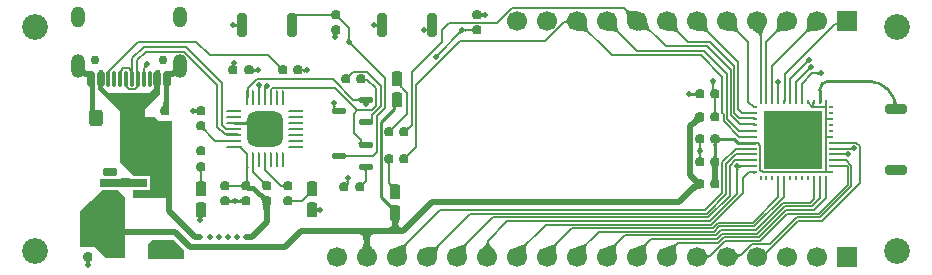
<source format=gtl>
G04*
G04 #@! TF.GenerationSoftware,Altium Limited,Altium Designer,23.1.1 (15)*
G04*
G04 Layer_Physical_Order=1*
G04 Layer_Color=255*
%FSLAX26Y26*%
%MOIN*%
G70*
G04*
G04 #@! TF.SameCoordinates,D0E4B440-4BE9-487C-8C21-8B387810EFB0*
G04*
G04*
G04 #@! TF.FilePolarity,Positive*
G04*
G01*
G75*
%ADD13C,0.010000*%
%ADD14C,0.008000*%
%ADD15C,0.006000*%
G04:AMPARAMS|DCode=16|XSize=78.74mil|YSize=31.496mil|CornerRadius=7.874mil|HoleSize=0mil|Usage=FLASHONLY|Rotation=90.000|XOffset=0mil|YOffset=0mil|HoleType=Round|Shape=RoundedRectangle|*
%AMROUNDEDRECTD16*
21,1,0.078740,0.015748,0,0,90.0*
21,1,0.062992,0.031496,0,0,90.0*
1,1,0.015748,0.007874,0.031496*
1,1,0.015748,0.007874,-0.031496*
1,1,0.015748,-0.007874,-0.031496*
1,1,0.015748,-0.007874,0.031496*
%
%ADD16ROUNDEDRECTD16*%
G04:AMPARAMS|DCode=17|XSize=49.213mil|YSize=25.591mil|CornerRadius=6.398mil|HoleSize=0mil|Usage=FLASHONLY|Rotation=180.000|XOffset=0mil|YOffset=0mil|HoleType=Round|Shape=RoundedRectangle|*
%AMROUNDEDRECTD17*
21,1,0.049213,0.012795,0,0,180.0*
21,1,0.036417,0.025591,0,0,180.0*
1,1,0.012795,-0.018209,0.006398*
1,1,0.012795,0.018209,0.006398*
1,1,0.012795,0.018209,-0.006398*
1,1,0.012795,-0.018209,-0.006398*
%
%ADD17ROUNDEDRECTD17*%
G04:AMPARAMS|DCode=18|XSize=31.496mil|YSize=70.866mil|CornerRadius=7.874mil|HoleSize=0mil|Usage=FLASHONLY|Rotation=270.000|XOffset=0mil|YOffset=0mil|HoleType=Round|Shape=RoundedRectangle|*
%AMROUNDEDRECTD18*
21,1,0.031496,0.055118,0,0,270.0*
21,1,0.015748,0.070866,0,0,270.0*
1,1,0.015748,-0.027559,-0.007874*
1,1,0.015748,-0.027559,0.007874*
1,1,0.015748,0.027559,0.007874*
1,1,0.015748,0.027559,-0.007874*
%
%ADD18ROUNDEDRECTD18*%
%ADD19R,0.009842X0.015748*%
%ADD20R,0.015748X0.009842*%
%ADD21R,0.194882X0.194882*%
G04:AMPARAMS|DCode=22|XSize=30mil|YSize=30mil|CornerRadius=7.5mil|HoleSize=0mil|Usage=FLASHONLY|Rotation=180.000|XOffset=0mil|YOffset=0mil|HoleType=Round|Shape=RoundedRectangle|*
%AMROUNDEDRECTD22*
21,1,0.030000,0.015000,0,0,180.0*
21,1,0.015000,0.030000,0,0,180.0*
1,1,0.015000,-0.007500,0.007500*
1,1,0.015000,0.007500,0.007500*
1,1,0.015000,0.007500,-0.007500*
1,1,0.015000,-0.007500,-0.007500*
%
%ADD22ROUNDEDRECTD22*%
G04:AMPARAMS|DCode=23|XSize=50mil|YSize=35mil|CornerRadius=8.75mil|HoleSize=0mil|Usage=FLASHONLY|Rotation=90.000|XOffset=0mil|YOffset=0mil|HoleType=Round|Shape=RoundedRectangle|*
%AMROUNDEDRECTD23*
21,1,0.050000,0.017500,0,0,90.0*
21,1,0.032500,0.035000,0,0,90.0*
1,1,0.017500,0.008750,0.016250*
1,1,0.017500,0.008750,-0.016250*
1,1,0.017500,-0.008750,-0.016250*
1,1,0.017500,-0.008750,0.016250*
%
%ADD23ROUNDEDRECTD23*%
G04:AMPARAMS|DCode=24|XSize=11.811mil|YSize=51.181mil|CornerRadius=2.953mil|HoleSize=0mil|Usage=FLASHONLY|Rotation=180.000|XOffset=0mil|YOffset=0mil|HoleType=Round|Shape=RoundedRectangle|*
%AMROUNDEDRECTD24*
21,1,0.011811,0.045275,0,0,180.0*
21,1,0.005905,0.051181,0,0,180.0*
1,1,0.005906,-0.002953,0.022638*
1,1,0.005906,0.002953,0.022638*
1,1,0.005906,0.002953,-0.022638*
1,1,0.005906,-0.002953,-0.022638*
%
%ADD24ROUNDEDRECTD24*%
G04:AMPARAMS|DCode=25|XSize=23.622mil|YSize=51.181mil|CornerRadius=5.906mil|HoleSize=0mil|Usage=FLASHONLY|Rotation=180.000|XOffset=0mil|YOffset=0mil|HoleType=Round|Shape=RoundedRectangle|*
%AMROUNDEDRECTD25*
21,1,0.023622,0.039370,0,0,180.0*
21,1,0.011811,0.051181,0,0,180.0*
1,1,0.011811,-0.005906,0.019685*
1,1,0.011811,0.005906,0.019685*
1,1,0.011811,0.005906,-0.019685*
1,1,0.011811,-0.005906,-0.019685*
%
%ADD25ROUNDEDRECTD25*%
G04:AMPARAMS|DCode=26|XSize=30mil|YSize=30mil|CornerRadius=7.5mil|HoleSize=0mil|Usage=FLASHONLY|Rotation=90.000|XOffset=0mil|YOffset=0mil|HoleType=Round|Shape=RoundedRectangle|*
%AMROUNDEDRECTD26*
21,1,0.030000,0.015000,0,0,90.0*
21,1,0.015000,0.030000,0,0,90.0*
1,1,0.015000,0.007500,0.007500*
1,1,0.015000,0.007500,-0.007500*
1,1,0.015000,-0.007500,-0.007500*
1,1,0.015000,-0.007500,0.007500*
%
%ADD26ROUNDEDRECTD26*%
G04:AMPARAMS|DCode=27|XSize=47.244mil|YSize=55.118mil|CornerRadius=11.811mil|HoleSize=0mil|Usage=FLASHONLY|Rotation=0.000|XOffset=0mil|YOffset=0mil|HoleType=Round|Shape=RoundedRectangle|*
%AMROUNDEDRECTD27*
21,1,0.047244,0.031496,0,0,0.0*
21,1,0.023622,0.055118,0,0,0.0*
1,1,0.023622,0.011811,-0.015748*
1,1,0.023622,-0.011811,-0.015748*
1,1,0.023622,-0.011811,0.015748*
1,1,0.023622,0.011811,0.015748*
%
%ADD27ROUNDEDRECTD27*%
G04:AMPARAMS|DCode=28|XSize=19.685mil|YSize=47.244mil|CornerRadius=4.921mil|HoleSize=0mil|Usage=FLASHONLY|Rotation=270.000|XOffset=0mil|YOffset=0mil|HoleType=Round|Shape=RoundedRectangle|*
%AMROUNDEDRECTD28*
21,1,0.019685,0.037402,0,0,270.0*
21,1,0.009843,0.047244,0,0,270.0*
1,1,0.009842,-0.018701,-0.004921*
1,1,0.009842,-0.018701,0.004921*
1,1,0.009842,0.018701,0.004921*
1,1,0.009842,0.018701,-0.004921*
%
%ADD28ROUNDEDRECTD28*%
G04:AMPARAMS|DCode=29|XSize=119.291mil|YSize=119.291mil|CornerRadius=29.823mil|HoleSize=0mil|Usage=FLASHONLY|Rotation=0.000|XOffset=0mil|YOffset=0mil|HoleType=Round|Shape=RoundedRectangle|*
%AMROUNDEDRECTD29*
21,1,0.119291,0.059646,0,0,0.0*
21,1,0.059646,0.119291,0,0,0.0*
1,1,0.059646,0.029823,-0.029823*
1,1,0.059646,-0.029823,-0.029823*
1,1,0.059646,-0.029823,0.029823*
1,1,0.059646,0.029823,0.029823*
%
%ADD29ROUNDEDRECTD29*%
G04:AMPARAMS|DCode=30|XSize=9.842mil|YSize=50mil|CornerRadius=2.461mil|HoleSize=0mil|Usage=FLASHONLY|Rotation=0.000|XOffset=0mil|YOffset=0mil|HoleType=Round|Shape=RoundedRectangle|*
%AMROUNDEDRECTD30*
21,1,0.009842,0.045079,0,0,0.0*
21,1,0.004921,0.050000,0,0,0.0*
1,1,0.004921,0.002461,-0.022539*
1,1,0.004921,-0.002461,-0.022539*
1,1,0.004921,-0.002461,0.022539*
1,1,0.004921,0.002461,0.022539*
%
%ADD30ROUNDEDRECTD30*%
G04:AMPARAMS|DCode=31|XSize=9.842mil|YSize=50mil|CornerRadius=2.461mil|HoleSize=0mil|Usage=FLASHONLY|Rotation=90.000|XOffset=0mil|YOffset=0mil|HoleType=Round|Shape=RoundedRectangle|*
%AMROUNDEDRECTD31*
21,1,0.009842,0.045079,0,0,90.0*
21,1,0.004921,0.050000,0,0,90.0*
1,1,0.004921,0.022539,0.002461*
1,1,0.004921,0.022539,-0.002461*
1,1,0.004921,-0.022539,-0.002461*
1,1,0.004921,-0.022539,0.002461*
%
%ADD31ROUNDEDRECTD31*%
%ADD56C,0.020000*%
%ADD57C,0.015000*%
%ADD58C,0.085630*%
%ADD59C,0.066929*%
%ADD60R,0.066929X0.066929*%
%ADD61O,0.047244X0.078740*%
%ADD62C,0.029528*%
%ADD63O,0.047244X0.070866*%
%ADD64C,0.019685*%
G36*
X1572769Y-46677D02*
X1572027Y-45923D01*
X1571270Y-45248D01*
X1570496Y-44652D01*
X1569707Y-44136D01*
X1568901Y-43699D01*
X1568147Y-43371D01*
X1567934Y-43456D01*
X1567383Y-43786D01*
X1566955Y-44176D01*
X1566649Y-44626D01*
X1566465Y-45136D01*
X1566404Y-45706D01*
Y-42869D01*
X1566388Y-42865D01*
X1565518Y-42746D01*
X1564631Y-42706D01*
X1564819Y-36706D01*
X1565696Y-36669D01*
X1566404Y-36575D01*
Y-33706D01*
X1566465Y-34276D01*
X1566649Y-34786D01*
X1566955Y-35236D01*
X1567383Y-35626D01*
X1567934Y-35956D01*
X1568279Y-36095D01*
X1569111Y-35756D01*
X1569943Y-35337D01*
X1570765Y-34843D01*
X1571579Y-34273D01*
X1572384Y-33626D01*
X1573180Y-32904D01*
X1572769Y-46677D01*
D02*
G37*
G36*
X1066592Y-44819D02*
X1066530Y-44249D01*
X1066347Y-43739D01*
X1066041Y-43289D01*
X1065612Y-42899D01*
X1065062Y-42569D01*
X1064388Y-42299D01*
X1063593Y-42089D01*
X1062675Y-41939D01*
X1061634Y-41849D01*
X1060472Y-41819D01*
Y-35819D01*
X1061634Y-35789D01*
X1062675Y-35699D01*
X1063593Y-35549D01*
X1064388Y-35339D01*
X1065062Y-35069D01*
X1065612Y-34739D01*
X1066041Y-34349D01*
X1066347Y-33899D01*
X1066530Y-33389D01*
X1066592Y-32819D01*
Y-44819D01*
D02*
G37*
G36*
X956445Y-41819D02*
X955047Y-41849D01*
X953832Y-41939D01*
X952799Y-42089D01*
X951947Y-42299D01*
X951278Y-42569D01*
X950790Y-42899D01*
X950485Y-43289D01*
X950361Y-43739D01*
X950419Y-44249D01*
X950660Y-44819D01*
X945899Y-36200D01*
X945838Y-36127D01*
X945881Y-36063D01*
X946028Y-36006D01*
X946280Y-35956D01*
X946636Y-35914D01*
X947662Y-35853D01*
X949986Y-35819D01*
X956445Y-41819D01*
D02*
G37*
G36*
X1096068Y-45809D02*
X1095894Y-46336D01*
X1095879Y-46939D01*
X1096022Y-47618D01*
X1096325Y-48374D01*
X1096786Y-49206D01*
X1097406Y-50115D01*
X1098185Y-51100D01*
X1099122Y-52161D01*
X1100219Y-53299D01*
X1095976Y-57542D01*
X1094839Y-56445D01*
X1092792Y-54729D01*
X1091884Y-54109D01*
X1091051Y-53648D01*
X1090295Y-53345D01*
X1089616Y-53202D01*
X1089013Y-53217D01*
X1088486Y-53391D01*
X1088035Y-53724D01*
X1096401Y-45358D01*
X1096068Y-45809D01*
D02*
G37*
G36*
X2052413Y-21386D02*
X2054412Y-22518D01*
X2056848Y-23510D01*
X2059722Y-24362D01*
X2063034Y-25074D01*
X2066784Y-25647D01*
X2075597Y-26372D01*
X2086162Y-26537D01*
X2053033Y-59666D01*
X2053021Y-54165D01*
X2052143Y-40288D01*
X2051570Y-36538D01*
X2050858Y-33226D01*
X2050006Y-30352D01*
X2049014Y-27916D01*
X2047881Y-25917D01*
X2046609Y-24356D01*
X2050852Y-20113D01*
X2052413Y-21386D01*
D02*
G37*
G36*
X1221663Y-69856D02*
X1222329Y-69924D01*
X1224383Y-70000D01*
Y-80000D01*
X1223320Y-80019D01*
X1221663Y-80150D01*
Y-85000D01*
X1221562Y-84050D01*
X1221258Y-83200D01*
X1220752Y-82450D01*
X1220044Y-81800D01*
X1219133Y-81250D01*
X1218408Y-80957D01*
X1217916Y-81209D01*
X1217436Y-81531D01*
X1217029Y-81890D01*
Y-80536D01*
X1216704Y-80450D01*
X1215186Y-80200D01*
X1213466Y-80050D01*
X1211543Y-80000D01*
Y-70000D01*
X1213466Y-69950D01*
X1215186Y-69800D01*
X1216704Y-69550D01*
X1217029Y-69464D01*
Y-68110D01*
X1217436Y-68469D01*
X1217916Y-68791D01*
X1218408Y-69043D01*
X1219133Y-68750D01*
X1220044Y-68200D01*
X1220752Y-67550D01*
X1221258Y-66800D01*
X1221562Y-65950D01*
X1221663Y-65000D01*
Y-69856D01*
D02*
G37*
G36*
X753986Y-69985D02*
X754383Y-70000D01*
Y-80000D01*
X753986Y-80007D01*
Y-85000D01*
X753885Y-84050D01*
X753581Y-83200D01*
X753075Y-82450D01*
X752366Y-81800D01*
X751456Y-81250D01*
X750342Y-80800D01*
X749471Y-80568D01*
X749095Y-80680D01*
X748469Y-80926D01*
X747916Y-81209D01*
X747436Y-81531D01*
X747029Y-81890D01*
Y-80158D01*
X745788Y-80050D01*
X743866Y-80000D01*
Y-70000D01*
X745788Y-69950D01*
X747029Y-69842D01*
Y-68110D01*
X747436Y-68469D01*
X747916Y-68791D01*
X748469Y-69074D01*
X749095Y-69320D01*
X749471Y-69432D01*
X750342Y-69200D01*
X751456Y-68750D01*
X752366Y-68200D01*
X753075Y-67550D01*
X753581Y-66800D01*
X753885Y-65950D01*
X753986Y-65000D01*
Y-69985D01*
D02*
G37*
G36*
X1855647Y-72970D02*
X1854967Y-71554D01*
X1854180Y-70287D01*
X1853286Y-69170D01*
X1852285Y-68201D01*
X1851177Y-67382D01*
X1849962Y-66711D01*
X1848640Y-66189D01*
X1847211Y-65817D01*
X1845675Y-65593D01*
X1844032Y-65519D01*
Y-59519D01*
X1845585Y-59442D01*
X1847015Y-59211D01*
X1848323Y-58825D01*
X1849509Y-58285D01*
X1850572Y-57591D01*
X1851513Y-56743D01*
X1852331Y-55741D01*
X1853026Y-54584D01*
X1853599Y-53273D01*
X1854050Y-51808D01*
X1855647Y-72970D01*
D02*
G37*
G36*
X2753272Y-74555D02*
X2753214Y-74060D01*
X2753043Y-73618D01*
X2752756Y-73227D01*
X2752356Y-72888D01*
X2751840Y-72601D01*
X2751211Y-72367D01*
X2750466Y-72185D01*
X2749608Y-72054D01*
X2748634Y-71976D01*
X2747546Y-71950D01*
Y-65950D01*
X2748634Y-65924D01*
X2749608Y-65846D01*
X2750466Y-65716D01*
X2751211Y-65533D01*
X2751840Y-65299D01*
X2752356Y-65012D01*
X2752756Y-64674D01*
X2753043Y-64283D01*
X2753214Y-63840D01*
X2753272Y-63345D01*
Y-74555D01*
D02*
G37*
G36*
X1387017Y-86675D02*
X1387251Y-86736D01*
X1388091Y-86883D01*
X1388984Y-86971D01*
X1389929Y-87000D01*
Y-93000D01*
X1388984Y-93029D01*
X1388091Y-93117D01*
X1387251Y-93264D01*
X1387017Y-93325D01*
Y-96000D01*
X1386956Y-95430D01*
X1386773Y-94920D01*
X1386466Y-94470D01*
X1386038Y-94080D01*
X1385579Y-93805D01*
X1385049Y-94056D01*
X1384421Y-94438D01*
X1383845Y-94878D01*
X1383322Y-95377D01*
X1382852Y-95934D01*
Y-93099D01*
X1382060Y-93030D01*
X1380897Y-93000D01*
Y-87000D01*
X1382060Y-86970D01*
X1382852Y-86901D01*
Y-84066D01*
X1383322Y-84623D01*
X1383845Y-85122D01*
X1384421Y-85562D01*
X1385049Y-85944D01*
X1385579Y-86195D01*
X1386038Y-85920D01*
X1386466Y-85530D01*
X1386773Y-85080D01*
X1386956Y-84570D01*
X1387017Y-84000D01*
Y-86675D01*
D02*
G37*
G36*
X2120563Y-59044D02*
X2127668Y-84199D01*
X2128677Y-86461D01*
X2129635Y-88171D01*
X2130542Y-89329D01*
X2127267Y-94539D01*
X2125507Y-93090D01*
X2123405Y-91919D01*
X2120959Y-91026D01*
X2118169Y-90411D01*
X2115037Y-90074D01*
X2111562Y-90015D01*
X2107743Y-90234D01*
X2103582Y-90731D01*
X2094229Y-92559D01*
X2119203Y-52920D01*
X2120563Y-59044D01*
D02*
G37*
G36*
X1536595Y-96594D02*
X1536534Y-96024D01*
X1536350Y-95514D01*
X1536044Y-95064D01*
X1535616Y-94674D01*
X1535065Y-94344D01*
X1534392Y-94074D01*
X1533596Y-93864D01*
X1532678Y-93714D01*
X1531638Y-93624D01*
X1530475Y-93594D01*
Y-87594D01*
X1531638Y-87564D01*
X1532678Y-87474D01*
X1533596Y-87324D01*
X1534392Y-87114D01*
X1535065Y-86844D01*
X1535616Y-86514D01*
X1536044Y-86124D01*
X1536350Y-85674D01*
X1536534Y-85164D01*
X1536595Y-84594D01*
Y-96594D01*
D02*
G37*
G36*
X1512204Y-84443D02*
X1512985Y-85105D01*
X1513779Y-85688D01*
X1514585Y-86194D01*
X1515404Y-86622D01*
X1516235Y-86972D01*
X1517079Y-87244D01*
X1517935Y-87439D01*
X1518804Y-87555D01*
X1519686Y-87594D01*
Y-93594D01*
X1518804Y-93633D01*
X1517935Y-93750D01*
X1517079Y-93944D01*
X1516235Y-94216D01*
X1515404Y-94567D01*
X1514585Y-94994D01*
X1513779Y-95500D01*
X1512985Y-96084D01*
X1512204Y-96745D01*
X1511435Y-97484D01*
Y-83704D01*
X1512204Y-84443D01*
D02*
G37*
G36*
X2686162Y-93463D02*
X2680660Y-93476D01*
X2666784Y-94354D01*
X2663034Y-94926D01*
X2659722Y-95638D01*
X2656848Y-96491D01*
X2654412Y-97483D01*
X2652413Y-98615D01*
X2650852Y-99887D01*
X2646609Y-95644D01*
X2647881Y-94084D01*
X2649014Y-92085D01*
X2650006Y-89648D01*
X2650858Y-86774D01*
X2651570Y-83462D01*
X2652143Y-79712D01*
X2652868Y-70899D01*
X2653033Y-60335D01*
X2686162Y-93463D01*
D02*
G37*
G36*
X2586162D02*
X2580660Y-93476D01*
X2566784Y-94354D01*
X2563034Y-94926D01*
X2559722Y-95638D01*
X2556848Y-96491D01*
X2554412Y-97483D01*
X2552413Y-98615D01*
X2550852Y-99887D01*
X2546609Y-95644D01*
X2547881Y-94084D01*
X2549014Y-92085D01*
X2550006Y-89648D01*
X2550858Y-86774D01*
X2551570Y-83462D01*
X2552143Y-79712D01*
X2552868Y-70899D01*
X2553033Y-60335D01*
X2586162Y-93463D01*
D02*
G37*
G36*
X2419972Y-65836D02*
X2420850Y-79712D01*
X2421422Y-83462D01*
X2422134Y-86774D01*
X2422987Y-89648D01*
X2423979Y-92085D01*
X2425111Y-94084D01*
X2426383Y-95644D01*
X2422140Y-99887D01*
X2420579Y-98615D01*
X2418581Y-97483D01*
X2416144Y-96491D01*
X2413270Y-95638D01*
X2409958Y-94926D01*
X2406208Y-94354D01*
X2397395Y-93629D01*
X2386831Y-93463D01*
X2419959Y-60335D01*
X2419972Y-65836D01*
D02*
G37*
G36*
X2319972D02*
X2320850Y-79712D01*
X2321422Y-83462D01*
X2322134Y-86774D01*
X2322987Y-89648D01*
X2323979Y-92085D01*
X2325111Y-94084D01*
X2326383Y-95644D01*
X2322140Y-99887D01*
X2320579Y-98615D01*
X2318581Y-97483D01*
X2316144Y-96491D01*
X2313270Y-95638D01*
X2309958Y-94926D01*
X2306208Y-94354D01*
X2297395Y-93629D01*
X2286831Y-93463D01*
X2319959Y-60335D01*
X2319972Y-65836D01*
D02*
G37*
G36*
X2219972D02*
X2220850Y-79712D01*
X2221422Y-83462D01*
X2222134Y-86774D01*
X2222987Y-89648D01*
X2223979Y-92085D01*
X2225111Y-94084D01*
X2226383Y-95644D01*
X2222140Y-99887D01*
X2220579Y-98615D01*
X2218581Y-97483D01*
X2216144Y-96491D01*
X2213270Y-95638D01*
X2209958Y-94926D01*
X2206208Y-94354D01*
X2197395Y-93629D01*
X2186831Y-93463D01*
X2219959Y-60335D01*
X2219972Y-65836D01*
D02*
G37*
G36*
X2019972D02*
X2020850Y-79712D01*
X2021422Y-83462D01*
X2022134Y-86774D01*
X2022987Y-89648D01*
X2023979Y-92085D01*
X2025111Y-94084D01*
X2026383Y-95644D01*
X2022140Y-99887D01*
X2020580Y-98615D01*
X2018581Y-97483D01*
X2016144Y-96491D01*
X2013270Y-95638D01*
X2009958Y-94926D01*
X2006208Y-94354D01*
X1997395Y-93629D01*
X1986831Y-93463D01*
X2019959Y-60335D01*
X2019972Y-65836D01*
D02*
G37*
G36*
X1919972D02*
X1920850Y-79712D01*
X1921422Y-83462D01*
X1922134Y-86774D01*
X1922987Y-89648D01*
X1923979Y-92085D01*
X1925111Y-94084D01*
X1926383Y-95644D01*
X1922140Y-99887D01*
X1920580Y-98615D01*
X1918581Y-97483D01*
X1916144Y-96491D01*
X1913270Y-95638D01*
X1909958Y-94926D01*
X1906208Y-94354D01*
X1897395Y-93629D01*
X1886831Y-93463D01*
X1919959Y-60335D01*
X1919972Y-65836D01*
D02*
G37*
G36*
X1504307Y-100436D02*
X1503241Y-100457D01*
X1502221Y-100542D01*
X1501247Y-100691D01*
X1500320Y-100903D01*
X1499438Y-101180D01*
X1498603Y-101520D01*
X1497813Y-101924D01*
X1497071Y-102392D01*
X1496374Y-102924D01*
X1495723Y-103520D01*
X1491480Y-99277D01*
X1492076Y-98626D01*
X1492608Y-97930D01*
X1493076Y-97186D01*
X1493480Y-96397D01*
X1493820Y-95562D01*
X1494097Y-94680D01*
X1494309Y-93753D01*
X1494458Y-92779D01*
X1494543Y-91759D01*
X1494564Y-90692D01*
X1504307Y-100436D01*
D02*
G37*
G36*
X1085748Y-101105D02*
X1085765Y-102172D01*
X1085897Y-104090D01*
X1085973Y-104648D01*
X1089952Y-104713D01*
X1089153Y-104796D01*
X1088438Y-105072D01*
X1087808Y-105543D01*
X1087261Y-106206D01*
X1086799Y-107063D01*
X1086694Y-107356D01*
X1086808Y-107614D01*
X1087089Y-108101D01*
X1087404Y-108515D01*
X1086345Y-108434D01*
X1086126Y-109358D01*
X1085916Y-110796D01*
X1085790Y-112427D01*
X1085748Y-114252D01*
X1075748D01*
X1075706Y-112395D01*
X1075580Y-110732D01*
X1075370Y-109264D01*
X1075075Y-107989D01*
X1074927Y-107564D01*
X1073664Y-107468D01*
X1074060Y-107080D01*
X1074415Y-106617D01*
X1074484Y-106498D01*
X1074235Y-106021D01*
X1073688Y-105329D01*
X1073058Y-104830D01*
X1072343Y-104525D01*
X1071544Y-104415D01*
X1075302Y-104476D01*
X1075415Y-104016D01*
X1075561Y-103179D01*
X1075665Y-102267D01*
X1075748Y-100218D01*
X1085748Y-101105D01*
D02*
G37*
G36*
X2501071Y-110203D02*
X2495071Y-112426D01*
X2494848Y-110068D01*
X2494180Y-107746D01*
X2493065Y-105463D01*
X2491505Y-103216D01*
X2489499Y-101007D01*
X2487047Y-98836D01*
X2484150Y-96702D01*
X2480807Y-94606D01*
X2477018Y-92547D01*
X2472783Y-90526D01*
X2516742Y-74321D01*
X2501071Y-110203D01*
D02*
G37*
G36*
X1128039Y-115602D02*
X1128156Y-116471D01*
X1128350Y-117327D01*
X1128622Y-118171D01*
X1128972Y-119002D01*
X1129400Y-119821D01*
X1129906Y-120627D01*
X1130489Y-121421D01*
X1131151Y-122202D01*
X1131890Y-122971D01*
X1118110D01*
X1118849Y-122202D01*
X1119511Y-121421D01*
X1120094Y-120627D01*
X1120600Y-119821D01*
X1121028Y-119002D01*
X1121378Y-118171D01*
X1121650Y-117327D01*
X1121844Y-116471D01*
X1121961Y-115602D01*
X1122000Y-114720D01*
X1128000D01*
X1128039Y-115602D01*
D02*
G37*
G36*
X1134863Y-131165D02*
X1134948Y-132185D01*
X1135097Y-133159D01*
X1135309Y-134086D01*
X1135586Y-134968D01*
X1135926Y-135803D01*
X1136330Y-136592D01*
X1136798Y-137335D01*
X1137330Y-138032D01*
X1137926Y-138683D01*
X1133683Y-142926D01*
X1133032Y-142330D01*
X1132335Y-141798D01*
X1131592Y-141330D01*
X1130803Y-140926D01*
X1129968Y-140586D01*
X1129086Y-140309D01*
X1128159Y-140097D01*
X1127185Y-139948D01*
X1126165Y-139863D01*
X1125098Y-139842D01*
X1134842Y-130098D01*
X1134863Y-131165D01*
D02*
G37*
G36*
X744526Y-205142D02*
X744616Y-206182D01*
X744755Y-207029D01*
X748386D01*
X747647Y-207798D01*
X746986Y-208579D01*
X746402Y-209373D01*
X746195Y-209704D01*
X746416Y-209854D01*
X746926Y-210038D01*
X747496Y-210099D01*
X745947D01*
X745896Y-210179D01*
X745469Y-210998D01*
X745119Y-211830D01*
X744846Y-212673D01*
X744652Y-213530D01*
X744535Y-214399D01*
X744496Y-215280D01*
X738496D01*
X738457Y-214399D01*
X738341Y-213530D01*
X738146Y-212673D01*
X737874Y-211830D01*
X737524Y-210998D01*
X737096Y-210179D01*
X737045Y-210099D01*
X735496D01*
X736066Y-210038D01*
X736576Y-209854D01*
X736798Y-209704D01*
X736590Y-209373D01*
X736007Y-208579D01*
X735346Y-207798D01*
X734606Y-207029D01*
X738238D01*
X738376Y-206182D01*
X738466Y-205142D01*
X738496Y-203979D01*
X744496D01*
X744526Y-205142D01*
D02*
G37*
G36*
X892560Y-207377D02*
X894606Y-209094D01*
X895515Y-209714D01*
X896347Y-210175D01*
X897103Y-210477D01*
X897783Y-210621D01*
X898386Y-210606D01*
X898913Y-210432D01*
X899363Y-210099D01*
X890998Y-218464D01*
X891331Y-218014D01*
X891505Y-217487D01*
X891520Y-216884D01*
X891376Y-216204D01*
X891074Y-215448D01*
X890613Y-214616D01*
X889993Y-213708D01*
X889214Y-212722D01*
X888276Y-211661D01*
X887180Y-210523D01*
X891422Y-206281D01*
X892560Y-207377D01*
D02*
G37*
G36*
X454020Y-214514D02*
X452933Y-214823D01*
X450921Y-215526D01*
X449997Y-215919D01*
X448308Y-216789D01*
X447545Y-217265D01*
X446836Y-217770D01*
X446180Y-218303D01*
X445579Y-218863D01*
X440096Y-215861D01*
X440714Y-215181D01*
X441237Y-214472D01*
X441666Y-213732D01*
X442001Y-212963D01*
X442242Y-212163D01*
X442389Y-211333D01*
X442442Y-210473D01*
X442400Y-209583D01*
X442265Y-208663D01*
X442035Y-207714D01*
X454020Y-214514D01*
D02*
G37*
G36*
X977971Y-221998D02*
X978108Y-222002D01*
Y-228002D01*
X977972Y-228005D01*
X977972Y-231891D01*
X977203Y-231152D01*
X976422Y-230491D01*
X975628Y-229907D01*
X974822Y-229402D01*
X974003Y-228974D01*
X973500Y-228763D01*
X972967Y-229082D01*
X972539Y-229472D01*
X972233Y-229922D01*
X972049Y-230432D01*
X971988Y-231002D01*
Y-228275D01*
X971471Y-228157D01*
X970602Y-228041D01*
X969721Y-228002D01*
X969720Y-222002D01*
X970601Y-221963D01*
X971470Y-221846D01*
X971988Y-221728D01*
Y-219002D01*
X972049Y-219572D01*
X972233Y-220082D01*
X972539Y-220532D01*
X972967Y-220922D01*
X973500Y-221241D01*
X974001Y-221029D01*
X974820Y-220601D01*
X975626Y-220096D01*
X976420Y-219512D01*
X977201Y-218851D01*
X977970Y-218112D01*
X977971Y-221998D01*
D02*
G37*
G36*
X806599Y-215969D02*
X806917Y-216815D01*
X807448Y-217562D01*
X808191Y-218209D01*
X809147Y-218756D01*
X810314Y-219204D01*
X811646Y-219540D01*
X811702Y-219528D01*
X812401Y-219320D01*
X813027Y-219074D01*
X813580Y-218791D01*
X814060Y-218470D01*
X814467Y-218111D01*
Y-219899D01*
X815091Y-219951D01*
X817108Y-220000D01*
Y-230000D01*
X815091Y-230050D01*
X814467Y-230102D01*
Y-231890D01*
X814060Y-231531D01*
X813580Y-231210D01*
X813027Y-230926D01*
X812401Y-230681D01*
X811702Y-230473D01*
X811646Y-230460D01*
X810315Y-230797D01*
X809147Y-231244D01*
X808192Y-231792D01*
X807449Y-232439D01*
X806918Y-233185D01*
X806600Y-234031D01*
X806494Y-234977D01*
X806493Y-215024D01*
X806599Y-215969D01*
D02*
G37*
G36*
X1134631Y-240517D02*
X1133535Y-241655D01*
X1131819Y-243701D01*
X1131198Y-244610D01*
X1130737Y-245442D01*
X1130435Y-246198D01*
X1130291Y-246877D01*
X1130306Y-247481D01*
X1130480Y-248007D01*
X1130813Y-248458D01*
X1122448Y-240093D01*
X1122899Y-240425D01*
X1123425Y-240599D01*
X1124028Y-240615D01*
X1124708Y-240471D01*
X1125464Y-240169D01*
X1126296Y-239707D01*
X1127205Y-239087D01*
X1128190Y-238309D01*
X1129251Y-237371D01*
X1130389Y-236274D01*
X1134631Y-240517D01*
D02*
G37*
G36*
X2692971Y-241890D02*
X2692202Y-241151D01*
X2691421Y-240489D01*
X2690627Y-239906D01*
X2689821Y-239400D01*
X2689002Y-238972D01*
X2688171Y-238622D01*
X2687327Y-238350D01*
X2686470Y-238156D01*
X2685602Y-238039D01*
X2684720Y-238000D01*
Y-232000D01*
X2685602Y-231961D01*
X2686470Y-231844D01*
X2687327Y-231650D01*
X2688171Y-231378D01*
X2689002Y-231028D01*
X2689821Y-230600D01*
X2690627Y-230094D01*
X2691421Y-229511D01*
X2692202Y-228849D01*
X2692971Y-228110D01*
Y-241890D01*
D02*
G37*
G36*
X1182050Y-251086D02*
X1182218Y-251505D01*
X1182497Y-251874D01*
X1182888Y-252194D01*
X1183390Y-252464D01*
X1184004Y-252686D01*
X1184729Y-252858D01*
X1185566Y-252981D01*
X1186515Y-253055D01*
X1187575Y-253079D01*
Y-259079D01*
X1186515Y-259104D01*
X1185566Y-259178D01*
X1184729Y-259301D01*
X1184004Y-259473D01*
X1183390Y-259695D01*
X1182888Y-259965D01*
X1182497Y-260285D01*
X1182218Y-260654D01*
X1182050Y-261072D01*
X1181995Y-261540D01*
Y-250619D01*
X1182050Y-251086D01*
D02*
G37*
G36*
X2346151Y-267798D02*
X2345489Y-268579D01*
X2344906Y-269373D01*
X2344400Y-270179D01*
X2343972Y-270998D01*
X2343622Y-271829D01*
X2343350Y-272673D01*
X2343156Y-273529D01*
X2343039Y-274398D01*
X2343000Y-275280D01*
X2337000D01*
X2336961Y-274398D01*
X2336844Y-273529D01*
X2336650Y-272673D01*
X2336378Y-271829D01*
X2336028Y-270998D01*
X2335600Y-270179D01*
X2335094Y-269373D01*
X2334511Y-268579D01*
X2333849Y-267798D01*
X2333110Y-267029D01*
X2346890D01*
X2346151Y-267798D01*
D02*
G37*
G36*
X1301326Y-273723D02*
X1301063Y-274166D01*
X1300961Y-274686D01*
X1301020Y-275284D01*
X1301241Y-275961D01*
X1301622Y-276715D01*
X1302164Y-277548D01*
X1302867Y-278459D01*
X1303732Y-279447D01*
X1304757Y-280514D01*
X1299661Y-283904D01*
X1298573Y-282857D01*
X1296582Y-281196D01*
X1295679Y-280582D01*
X1294838Y-280112D01*
X1294059Y-279786D01*
X1293341Y-279604D01*
X1292686Y-279567D01*
X1292091Y-279673D01*
X1291559Y-279924D01*
X1301750Y-273359D01*
X1301326Y-273723D01*
D02*
G37*
G36*
X849509Y-286556D02*
X849697Y-289334D01*
X849809Y-290041D01*
X849947Y-290637D01*
X850110Y-291125D01*
X850298Y-291503D01*
X850510Y-291771D01*
X850748Y-291929D01*
X842244D01*
X842482Y-291771D01*
X842695Y-291503D01*
X842883Y-291125D01*
X843045Y-290637D01*
X843183Y-290041D01*
X843296Y-289334D01*
X843446Y-287592D01*
X843496Y-285411D01*
X849496D01*
X849509Y-286556D01*
D02*
G37*
G36*
X832339Y-282485D02*
X831703Y-283306D01*
X831143Y-284133D01*
X830657Y-284967D01*
X830246Y-285807D01*
X829909Y-286654D01*
X829648Y-287507D01*
X829469Y-288329D01*
Y-288329D01*
X829591Y-289160D01*
X829749Y-289885D01*
X829942Y-290505D01*
X830170Y-291019D01*
X830433Y-291428D01*
X830730Y-291731D01*
X831063Y-291929D01*
X822559D01*
X822702Y-291810D01*
X822830Y-291577D01*
X822943Y-291231D01*
X823040Y-290770D01*
X823123Y-290196D01*
X823211Y-289105D01*
X823150Y-288665D01*
X822949Y-287813D01*
X822667Y-286980D01*
X822305Y-286165D01*
X821863Y-285369D01*
X821340Y-284591D01*
X820736Y-283832D01*
X820052Y-283092D01*
X819287Y-282370D01*
X833049Y-281670D01*
X832339Y-282485D01*
D02*
G37*
G36*
X2343030Y-285228D02*
X2343120Y-286337D01*
X2343270Y-287305D01*
X2343480Y-288130D01*
X2343750Y-288813D01*
X2344080Y-289354D01*
X2344470Y-289753D01*
X2344920Y-290009D01*
X2345430Y-290123D01*
X2346000Y-290096D01*
X2334067Y-292063D01*
X2334624Y-291899D01*
X2335123Y-291600D01*
X2335563Y-291167D01*
X2335944Y-290600D01*
X2336267Y-289898D01*
X2336531Y-289062D01*
X2336736Y-288091D01*
X2336883Y-286986D01*
X2336971Y-285747D01*
X2337000Y-284373D01*
X2343000Y-283976D01*
X2343030Y-285228D01*
D02*
G37*
G36*
X496496Y-305000D02*
X446496Y-355000D01*
Y-380000D01*
X476496D01*
X491496Y-395000D01*
X535000D01*
Y-650000D01*
X405000D01*
Y-622795D01*
X463819D01*
Y-577205D01*
X407205D01*
X361496Y-531496D01*
Y-360000D01*
X288886Y-287390D01*
Y-257202D01*
X288886Y-257201D01*
X288854Y-257044D01*
Y-233205D01*
X288217Y-230000D01*
X291793Y-225065D01*
X291932Y-225000D01*
X306496D01*
Y-280000D01*
X326496Y-300000D01*
X389227D01*
X392923Y-300736D01*
X412190D01*
X415886Y-300000D01*
X461496D01*
X476496Y-285000D01*
Y-281032D01*
X476770Y-280622D01*
X477776Y-275568D01*
Y-230293D01*
X477717Y-230000D01*
X481821Y-225000D01*
X496496D01*
Y-305000D01*
D02*
G37*
G36*
X2267798Y-298849D02*
X2268579Y-299511D01*
X2269373Y-300094D01*
X2270179Y-300600D01*
X2270998Y-301028D01*
X2271829Y-301378D01*
X2272673Y-301650D01*
X2273530Y-301845D01*
X2274398Y-301961D01*
X2274915Y-301984D01*
X2275453Y-301970D01*
X2276494Y-301880D01*
X2277412Y-301730D01*
X2278207Y-301520D01*
X2278880Y-301250D01*
X2279431Y-300920D01*
X2279860Y-300530D01*
X2280166Y-300080D01*
X2280349Y-299570D01*
X2280410Y-299000D01*
Y-311000D01*
X2280349Y-310430D01*
X2280166Y-309920D01*
X2279860Y-309470D01*
X2279431Y-309080D01*
X2278880Y-308750D01*
X2278207Y-308480D01*
X2277412Y-308270D01*
X2276494Y-308120D01*
X2275453Y-308030D01*
X2274915Y-308016D01*
X2274398Y-308039D01*
X2273529Y-308156D01*
X2272673Y-308350D01*
X2271829Y-308623D01*
X2270998Y-308973D01*
X2270179Y-309401D01*
X2269373Y-309906D01*
X2268579Y-310490D01*
X2267798Y-311151D01*
X2267029Y-311890D01*
X2267029Y-298110D01*
X2267798Y-298849D01*
D02*
G37*
G36*
X2351926Y-319966D02*
X2351416Y-320150D01*
X2350966Y-320456D01*
X2350576Y-320884D01*
X2350246Y-321435D01*
X2349976Y-322108D01*
X2349766Y-322904D01*
X2349616Y-323822D01*
X2349526Y-324862D01*
X2349496Y-326025D01*
X2343496D01*
X2343466Y-324862D01*
X2343376Y-323822D01*
X2343226Y-322904D01*
X2343016Y-322108D01*
X2342746Y-321435D01*
X2342416Y-320884D01*
X2342026Y-320456D01*
X2341576Y-320150D01*
X2341066Y-319966D01*
X2340496Y-319905D01*
X2352496D01*
X2351926Y-319966D01*
D02*
G37*
G36*
X1158232Y-328575D02*
X1158169Y-328010D01*
X1157979Y-327504D01*
X1157662Y-327057D01*
X1157219Y-326670D01*
X1156649Y-326343D01*
X1155953Y-326075D01*
X1155130Y-325867D01*
X1154180Y-325718D01*
X1153103Y-325628D01*
X1151900Y-325599D01*
Y-319599D01*
X1153103Y-319569D01*
X1154180Y-319480D01*
X1155130Y-319331D01*
X1155953Y-319122D01*
X1156649Y-318855D01*
X1157219Y-318527D01*
X1157662Y-318140D01*
X1157979Y-317694D01*
X1158169Y-317188D01*
X1158232Y-316622D01*
Y-328575D01*
D02*
G37*
G36*
X1184531Y-323629D02*
X1184633Y-324546D01*
X1184805Y-325424D01*
X1185045Y-326264D01*
X1185354Y-327066D01*
X1185732Y-327830D01*
X1186178Y-328556D01*
X1186693Y-329243D01*
X1187277Y-329893D01*
X1187929Y-330505D01*
X1175064D01*
X1175716Y-329893D01*
X1176299Y-329243D01*
X1176814Y-328556D01*
X1177261Y-327830D01*
X1177638Y-327066D01*
X1177947Y-326264D01*
X1178187Y-325424D01*
X1178359Y-324546D01*
X1178462Y-323629D01*
X1178496Y-322675D01*
X1184496D01*
X1184531Y-323629D01*
D02*
G37*
G36*
X1186553Y-332352D02*
X1186121Y-332522D01*
X1185741Y-332805D01*
X1185410Y-333201D01*
X1185131Y-333710D01*
X1184902Y-334333D01*
X1184725Y-335068D01*
X1184598Y-335917D01*
X1184522Y-336880D01*
X1184496Y-337955D01*
X1178496D01*
X1178471Y-336880D01*
X1178395Y-335917D01*
X1178268Y-335068D01*
X1178090Y-334333D01*
X1177861Y-333710D01*
X1177582Y-333201D01*
X1177252Y-332805D01*
X1176871Y-332522D01*
X1176439Y-332352D01*
X1175957Y-332295D01*
X1187036D01*
X1186553Y-332352D01*
D02*
G37*
G36*
X2952135Y-330870D02*
X2952664Y-332553D01*
X2953248Y-334038D01*
X2953889Y-335324D01*
X2954586Y-336413D01*
X2955340Y-337304D01*
X2956150Y-337997D01*
X2957016Y-338491D01*
X2957939Y-338788D01*
X2958917Y-338887D01*
X2938430D01*
X2939371Y-338789D01*
X2940167Y-338493D01*
X2940816Y-338001D01*
X2941321Y-337312D01*
X2941680Y-336426D01*
X2941893Y-335343D01*
X2941961Y-334063D01*
X2941883Y-332587D01*
X2941660Y-330913D01*
X2941291Y-329043D01*
X2951663Y-328990D01*
X2952135Y-330870D01*
D02*
G37*
G36*
X522597Y-330439D02*
X522630Y-333068D01*
X523133Y-339930D01*
X523434Y-341875D01*
X524237Y-345250D01*
X524740Y-346680D01*
X525309Y-347939D01*
X525945Y-349027D01*
X500163Y-345734D01*
X501576Y-345741D01*
X502839Y-345384D01*
X503954Y-344661D01*
X504921Y-343573D01*
X505738Y-342121D01*
X506408Y-340303D01*
X506928Y-338120D01*
X507300Y-335572D01*
X507522Y-332660D01*
X507597Y-329382D01*
X522597Y-330439D01*
D02*
G37*
G36*
X2666893Y-337265D02*
X2668598Y-338727D01*
X2669312Y-339258D01*
X2669932Y-339656D01*
X2670460Y-339920D01*
X2670895Y-340050D01*
X2671237Y-340048D01*
X2671487Y-339912D01*
X2670473Y-346583D01*
X2664816Y-335269D01*
X2666893Y-337265D01*
D02*
G37*
G36*
X1082647Y-342798D02*
X1081986Y-343579D01*
X1081402Y-344373D01*
X1080897Y-345180D01*
X1080469Y-345998D01*
X1080119Y-346830D01*
X1079846Y-347673D01*
X1079846Y-347676D01*
X1079976Y-348177D01*
X1080246Y-348854D01*
X1080576Y-349401D01*
X1080966Y-349820D01*
X1081416Y-350110D01*
X1081926Y-350271D01*
X1082496Y-350304D01*
X1070563Y-350941D01*
X1071120Y-350845D01*
X1071619Y-350620D01*
X1072059Y-350267D01*
X1072440Y-349784D01*
X1072763Y-349173D01*
X1073027Y-348433D01*
X1073176Y-347803D01*
X1073146Y-347673D01*
X1072874Y-346830D01*
X1072524Y-345998D01*
X1072096Y-345180D01*
X1071590Y-344373D01*
X1071007Y-343579D01*
X1070345Y-342798D01*
X1069606Y-342029D01*
X1083386D01*
X1082647Y-342798D01*
D02*
G37*
G36*
X2472857Y-339565D02*
X2475078Y-341456D01*
X2476057Y-342147D01*
X2476950Y-342668D01*
X2477754Y-343020D01*
X2478472Y-343201D01*
X2479102Y-343213D01*
X2479646Y-343056D01*
X2480102Y-342728D01*
X2471736Y-351094D01*
X2472064Y-350638D01*
X2472221Y-350094D01*
X2472209Y-349464D01*
X2472028Y-348746D01*
X2471676Y-347942D01*
X2471155Y-347049D01*
X2470464Y-346070D01*
X2469604Y-345003D01*
X2467374Y-342608D01*
X2471616Y-338366D01*
X2472857Y-339565D01*
D02*
G37*
G36*
X617060Y-354607D02*
X618138Y-354688D01*
X619203Y-354707D01*
X619550Y-364707D01*
X618487Y-364726D01*
X617120Y-364839D01*
X617148Y-369683D01*
X617036Y-368738D01*
X616712Y-367892D01*
X616175Y-367145D01*
X615427Y-366498D01*
X614465Y-365951D01*
X613693Y-365656D01*
X613654Y-365672D01*
X613106Y-365968D01*
X612632Y-366303D01*
X612231Y-366677D01*
X612188Y-365225D01*
X611906Y-365154D01*
X610308Y-364906D01*
X608497Y-364756D01*
X606475Y-364707D01*
Y-354707D01*
X608486Y-354657D01*
X610284Y-354507D01*
X611861Y-354260D01*
X611820Y-352904D01*
X612232Y-353246D01*
X612716Y-353553D01*
X613273Y-353823D01*
X613374Y-353861D01*
X614407Y-353462D01*
X615356Y-352915D01*
X616093Y-352268D01*
X616619Y-351522D01*
X616931Y-350675D01*
X617031Y-349730D01*
X617060Y-354607D01*
D02*
G37*
G36*
X278618Y-345627D02*
X278843Y-348425D01*
X279218Y-350856D01*
X279743Y-352920D01*
X280418Y-354616D01*
X281243Y-355944D01*
X282218Y-356904D01*
X283343Y-357497D01*
X284618Y-357723D01*
X286043Y-357580D01*
X259473Y-363356D01*
X260246Y-362210D01*
X260938Y-360894D01*
X261549Y-359407D01*
X262078Y-357750D01*
X262525Y-355923D01*
X262892Y-353925D01*
X263380Y-349418D01*
X263502Y-346909D01*
X263543Y-344229D01*
X278543Y-342460D01*
X278618Y-345627D01*
D02*
G37*
G36*
X1151159Y-350361D02*
X1152061Y-351082D01*
X1152997Y-351718D01*
X1153968Y-352270D01*
X1154975Y-352737D01*
X1156017Y-353118D01*
X1157094Y-353416D01*
X1158206Y-353628D01*
X1159353Y-353755D01*
X1160536Y-353797D01*
Y-359797D01*
X1159353Y-359840D01*
X1158206Y-359967D01*
X1157094Y-360179D01*
X1156017Y-360476D01*
X1154975Y-360858D01*
X1153968Y-361325D01*
X1152997Y-361876D01*
X1152061Y-362513D01*
X1151159Y-363234D01*
X1150293Y-364040D01*
X1144808Y-361040D01*
X1145572Y-360191D01*
X1146166Y-359343D01*
X1146590Y-358494D01*
X1146844Y-357646D01*
X1146929Y-356797D01*
X1146844Y-355949D01*
X1146590Y-355100D01*
X1146166Y-354252D01*
X1145572Y-353403D01*
X1144808Y-352555D01*
X1150293Y-349555D01*
X1151159Y-350361D01*
D02*
G37*
G36*
X2349526Y-360138D02*
X2349616Y-361178D01*
X2349766Y-362096D01*
X2349976Y-362892D01*
X2350246Y-363565D01*
X2350576Y-364116D01*
X2350966Y-364544D01*
X2351416Y-364850D01*
X2351926Y-365034D01*
X2352496Y-365095D01*
X2340496D01*
X2341066Y-365034D01*
X2341576Y-364850D01*
X2342026Y-364544D01*
X2342416Y-364116D01*
X2342746Y-363565D01*
X2343016Y-362892D01*
X2343226Y-362096D01*
X2343376Y-361178D01*
X2343466Y-360138D01*
X2343496Y-358975D01*
X2349496D01*
X2349526Y-360138D01*
D02*
G37*
G36*
X1205118Y-381990D02*
X1204720Y-390607D01*
X1196118Y-387705D01*
X1196688Y-387826D01*
X1197198Y-387784D01*
X1197648Y-387580D01*
X1198038Y-387212D01*
X1198368Y-386681D01*
X1198638Y-385988D01*
X1198848Y-385132D01*
X1198998Y-384112D01*
X1199088Y-382930D01*
X1199118Y-381585D01*
X1205118Y-381990D01*
D02*
G37*
G36*
X2305695Y-394451D02*
X2303039Y-395076D01*
X2300408Y-395889D01*
X2297804Y-396890D01*
X2295225Y-398080D01*
X2292672Y-399457D01*
X2290144Y-401023D01*
X2287642Y-402776D01*
X2285166Y-404718D01*
X2280290Y-409166D01*
X2266148Y-395024D01*
X2268466Y-392599D01*
X2272538Y-387672D01*
X2274292Y-385170D01*
X2275857Y-382643D01*
X2277235Y-380089D01*
X2278424Y-377511D01*
X2279425Y-374906D01*
X2280238Y-372276D01*
X2280863Y-369620D01*
X2305695Y-394451D01*
D02*
G37*
G36*
X786947Y-410315D02*
X786846Y-409365D01*
X786542Y-408515D01*
X786036Y-407765D01*
X785328Y-407115D01*
X784417Y-406565D01*
X783304Y-406115D01*
X781988Y-405765D01*
X780470Y-405515D01*
X778750Y-405365D01*
X776827Y-405315D01*
Y-395315D01*
X778750Y-395265D01*
X780470Y-395115D01*
X781988Y-394865D01*
X783304Y-394515D01*
X784417Y-394065D01*
X785328Y-393515D01*
X786036Y-392865D01*
X786542Y-392115D01*
X786846Y-391265D01*
X786947Y-390315D01*
Y-410315D01*
D02*
G37*
G36*
X1329316Y-415517D02*
X1328220Y-416654D01*
X1326504Y-418701D01*
X1325883Y-419609D01*
X1325422Y-420442D01*
X1325120Y-421197D01*
X1324976Y-421877D01*
X1324992Y-422480D01*
X1325166Y-423007D01*
X1325498Y-423457D01*
X1317133Y-415092D01*
X1317584Y-415425D01*
X1318110Y-415599D01*
X1318714Y-415614D01*
X1319393Y-415471D01*
X1320149Y-415168D01*
X1320981Y-414707D01*
X1321890Y-414087D01*
X1322875Y-413308D01*
X1323936Y-412371D01*
X1325074Y-411274D01*
X1329316Y-415517D01*
D02*
G37*
G36*
X1278135D02*
X1277039Y-416654D01*
X1275322Y-418701D01*
X1274702Y-419609D01*
X1274241Y-420442D01*
X1273939Y-421197D01*
X1273795Y-421877D01*
X1273810Y-422480D01*
X1273984Y-423007D01*
X1274317Y-423457D01*
X1265952Y-415092D01*
X1266402Y-415425D01*
X1266929Y-415599D01*
X1267532Y-415614D01*
X1268212Y-415471D01*
X1268968Y-415168D01*
X1269800Y-414707D01*
X1270709Y-414087D01*
X1271694Y-413308D01*
X1272755Y-412371D01*
X1273893Y-411274D01*
X1278135Y-415517D01*
D02*
G37*
G36*
X845679Y-412106D02*
X849719Y-415672D01*
X849940Y-415780D01*
X837346Y-421373D01*
X837493Y-420864D01*
X837542Y-420326D01*
X837493Y-419759D01*
X837346Y-419163D01*
X837100Y-418538D01*
X836757Y-417884D01*
X836316Y-417201D01*
X835776Y-416489D01*
X835138Y-415748D01*
X834403Y-414978D01*
X844890Y-411323D01*
X845679Y-412106D01*
D02*
G37*
G36*
X646071Y-417584D02*
X645897Y-418111D01*
X645882Y-418714D01*
X646025Y-419393D01*
X646328Y-420149D01*
X646789Y-420981D01*
X647409Y-421890D01*
X648188Y-422875D01*
X649126Y-423937D01*
X650222Y-425074D01*
X645980Y-429317D01*
X644842Y-428220D01*
X642795Y-426504D01*
X641887Y-425884D01*
X641055Y-425423D01*
X640299Y-425120D01*
X639619Y-424977D01*
X639016Y-424992D01*
X638489Y-425166D01*
X638039Y-425499D01*
X646404Y-417133D01*
X646071Y-417584D01*
D02*
G37*
G36*
X1169194Y-458363D02*
X1169269Y-459337D01*
X1169395Y-460194D01*
X1169570Y-460933D01*
X1169796Y-461555D01*
X1170072Y-462059D01*
X1170399Y-462446D01*
X1170776Y-462716D01*
X1171203Y-462868D01*
X1171680Y-462902D01*
X1160724Y-463431D01*
X1161188Y-463348D01*
X1161604Y-463147D01*
X1161971Y-462827D01*
X1162289Y-462389D01*
X1162557Y-461832D01*
X1162777Y-461157D01*
X1162948Y-460363D01*
X1163071Y-459451D01*
X1163144Y-458420D01*
X1163168Y-457271D01*
X1169168D01*
X1169194Y-458363D01*
D02*
G37*
G36*
X718425Y-463622D02*
X718267Y-463385D01*
X717999Y-463172D01*
X717621Y-462984D01*
X717133Y-462821D01*
X716536Y-462683D01*
X715830Y-462571D01*
X714087Y-462421D01*
X711907Y-462370D01*
Y-456370D01*
X713052Y-456358D01*
X715830Y-456170D01*
X716536Y-456057D01*
X717133Y-455920D01*
X717621Y-455757D01*
X717999Y-455569D01*
X718267Y-455356D01*
X718425Y-455118D01*
Y-463622D01*
D02*
G37*
G36*
X2361012Y-445968D02*
X2361330Y-446814D01*
X2361861Y-447560D01*
X2362604Y-448207D01*
X2363559Y-448755D01*
X2364727Y-449202D01*
X2366107Y-449551D01*
X2367699Y-449800D01*
X2369504Y-449949D01*
X2371521Y-449999D01*
Y-459999D01*
X2369504Y-460048D01*
X2367699Y-460198D01*
X2366107Y-460447D01*
X2364727Y-460795D01*
X2363559Y-461243D01*
X2362604Y-461790D01*
X2361861Y-462437D01*
X2361330Y-463184D01*
X2361012Y-464030D01*
X2360906Y-464975D01*
Y-445022D01*
X2361012Y-445968D01*
D02*
G37*
G36*
X2300745Y-469964D02*
X2300235Y-470148D01*
X2299785Y-470454D01*
X2299395Y-470882D01*
X2299065Y-471433D01*
X2298795Y-472106D01*
X2298585Y-472902D01*
X2298435Y-473820D01*
X2298345Y-474861D01*
X2298315Y-476023D01*
X2292315D01*
X2292285Y-474861D01*
X2292195Y-473820D01*
X2292045Y-472902D01*
X2291835Y-472106D01*
X2291565Y-471433D01*
X2291235Y-470882D01*
X2290845Y-470454D01*
X2290395Y-470148D01*
X2289885Y-469964D01*
X2289315Y-469903D01*
X2301315D01*
X2300745Y-469964D01*
D02*
G37*
G36*
X2355527Y-469514D02*
X2354681Y-469833D01*
X2353935Y-470364D01*
X2353288Y-471107D01*
X2352740Y-472062D01*
X2352293Y-473230D01*
X2351944Y-474610D01*
X2351695Y-476202D01*
X2351546Y-478006D01*
X2351496Y-480023D01*
X2341496D01*
X2341446Y-478006D01*
X2341297Y-476202D01*
X2341048Y-474610D01*
X2340700Y-473230D01*
X2340252Y-472062D01*
X2339705Y-471107D01*
X2339058Y-470364D01*
X2338311Y-469833D01*
X2337465Y-469514D01*
X2336520Y-469408D01*
X2356473D01*
X2355527Y-469514D01*
D02*
G37*
G36*
X2298354Y-478100D02*
X2298471Y-478969D01*
X2298665Y-479825D01*
X2298937Y-480669D01*
X2299287Y-481500D01*
X2299715Y-482319D01*
X2300221Y-483125D01*
X2300804Y-483919D01*
X2301466Y-484701D01*
X2302205Y-485469D01*
X2288425D01*
X2289164Y-484701D01*
X2289826Y-483919D01*
X2290409Y-483125D01*
X2290915Y-482319D01*
X2291343Y-481500D01*
X2291693Y-480669D01*
X2291965Y-479825D01*
X2292159Y-478969D01*
X2292276Y-478100D01*
X2292315Y-477219D01*
X2298315D01*
X2298354Y-478100D01*
D02*
G37*
G36*
X767871Y-477248D02*
X767999Y-477921D01*
X768211Y-478615D01*
X768508Y-479329D01*
X768890Y-480065D01*
X769356Y-480820D01*
X769908Y-481597D01*
X770544Y-482394D01*
X772072Y-484050D01*
X767829Y-488292D01*
X766615Y-487119D01*
X764430Y-485264D01*
X763460Y-484583D01*
X762571Y-484065D01*
X761763Y-483710D01*
X761036Y-483519D01*
X760391Y-483492D01*
X759827Y-483629D01*
X759344Y-483930D01*
X767829Y-476595D01*
X767871Y-477248D01*
D02*
G37*
G36*
X1328723Y-505520D02*
X1327626Y-506658D01*
X1325910Y-508704D01*
X1325290Y-509613D01*
X1324829Y-510445D01*
X1324526Y-511201D01*
X1324382Y-511880D01*
X1324398Y-512483D01*
X1324572Y-513010D01*
X1324905Y-513461D01*
X1316539Y-505095D01*
X1316990Y-505428D01*
X1317517Y-505602D01*
X1318120Y-505618D01*
X1318799Y-505474D01*
X1319555Y-505171D01*
X1320387Y-504710D01*
X1321296Y-504090D01*
X1322281Y-503311D01*
X1323342Y-502374D01*
X1324480Y-501277D01*
X1328723Y-505520D01*
D02*
G37*
G36*
X783285Y-495231D02*
X784900Y-496589D01*
X785676Y-497140D01*
X786432Y-497607D01*
X787167Y-497989D01*
X787882Y-498286D01*
X788576Y-498498D01*
X789249Y-498625D01*
X789902Y-498668D01*
X782567Y-507153D01*
X782867Y-506670D01*
X783004Y-506106D01*
X782977Y-505461D01*
X782787Y-504734D01*
X782432Y-503926D01*
X781914Y-503037D01*
X781232Y-502067D01*
X780387Y-501015D01*
X778205Y-498668D01*
X782447Y-494425D01*
X783285Y-495231D01*
D02*
G37*
G36*
X2301466Y-500296D02*
X2300804Y-501077D01*
X2300221Y-501871D01*
X2299715Y-502678D01*
X2299287Y-503496D01*
X2298937Y-504328D01*
X2298665Y-505171D01*
X2298471Y-506028D01*
X2298354Y-506897D01*
X2298315Y-507778D01*
X2292315D01*
X2292276Y-506897D01*
X2292159Y-506028D01*
X2291965Y-505171D01*
X2291693Y-504328D01*
X2291343Y-503496D01*
X2290915Y-502678D01*
X2290409Y-501871D01*
X2289826Y-501077D01*
X2289164Y-500296D01*
X2288425Y-499527D01*
X2302205D01*
X2301466Y-500296D01*
D02*
G37*
G36*
X2298345Y-510136D02*
X2298435Y-511176D01*
X2298585Y-512095D01*
X2298795Y-512890D01*
X2299065Y-513563D01*
X2299395Y-514114D01*
X2299785Y-514543D01*
X2300235Y-514848D01*
X2300745Y-515032D01*
X2301315Y-515093D01*
X2289315D01*
X2289885Y-515032D01*
X2290395Y-514848D01*
X2290845Y-514543D01*
X2291235Y-514114D01*
X2291565Y-513563D01*
X2291835Y-512890D01*
X2292045Y-512095D01*
X2292195Y-511176D01*
X2292285Y-510136D01*
X2292315Y-508973D01*
X2298315D01*
X2298345Y-510136D01*
D02*
G37*
G36*
X1114823Y-504589D02*
X1115013Y-505095D01*
X1115330Y-505542D01*
X1115773Y-505929D01*
X1116343Y-506256D01*
X1117040Y-506524D01*
X1117863Y-506732D01*
X1118813Y-506881D01*
X1119889Y-506971D01*
X1121092Y-507000D01*
Y-513000D01*
X1119889Y-513030D01*
X1118813Y-513119D01*
X1117863Y-513268D01*
X1117040Y-513477D01*
X1116343Y-513744D01*
X1115773Y-514072D01*
X1115330Y-514459D01*
X1115013Y-514905D01*
X1114823Y-515411D01*
X1114760Y-515977D01*
Y-504024D01*
X1114823Y-504589D01*
D02*
G37*
G36*
X2351517Y-505066D02*
X2351814Y-509555D01*
X2351944Y-510387D01*
X2352293Y-511767D01*
X2352740Y-512935D01*
X2353288Y-513890D01*
X2353935Y-514633D01*
X2354681Y-515164D01*
X2355527Y-515482D01*
X2356473Y-515588D01*
X2352213D01*
X2352513Y-520115D01*
X2352825Y-521403D01*
X2353177Y-522341D01*
X2353572Y-522931D01*
X2339421D01*
X2339815Y-522341D01*
X2340168Y-521403D01*
X2340479Y-520115D01*
X2340749Y-518479D01*
X2341027Y-515588D01*
X2336520D01*
X2337465Y-515482D01*
X2338311Y-515164D01*
X2339058Y-514633D01*
X2339705Y-513890D01*
X2340252Y-512935D01*
X2340700Y-511767D01*
X2341048Y-510387D01*
X2341297Y-508795D01*
X2341383Y-507750D01*
X2341475Y-505066D01*
X2341496Y-501338D01*
X2351496D01*
X2351517Y-505066D01*
D02*
G37*
G36*
X1264249Y-534966D02*
X1263739Y-535149D01*
X1263289Y-535455D01*
X1262899Y-535884D01*
X1262569Y-536435D01*
X1262299Y-537108D01*
X1262089Y-537903D01*
X1261939Y-538821D01*
X1261849Y-539862D01*
X1261819Y-541025D01*
X1255819D01*
X1255789Y-539862D01*
X1255699Y-538821D01*
X1255549Y-537903D01*
X1255339Y-537108D01*
X1255069Y-536435D01*
X1254739Y-535884D01*
X1254349Y-535455D01*
X1253899Y-535149D01*
X1253389Y-534966D01*
X1252819Y-534905D01*
X1264819D01*
X1264249Y-534966D01*
D02*
G37*
G36*
X2427568Y-538569D02*
X2428378Y-539211D01*
X2429197Y-539778D01*
X2430024Y-540269D01*
X2430859Y-540685D01*
X2431702Y-541025D01*
X2432552Y-541290D01*
X2433411Y-541479D01*
X2434278Y-541592D01*
X2435153Y-541630D01*
X2435390Y-547630D01*
X2434503Y-547670D01*
X2433632Y-547789D01*
X2432779Y-547989D01*
X2431943Y-548268D01*
X2431124Y-548628D01*
X2430322Y-549067D01*
X2429536Y-549585D01*
X2428768Y-550184D01*
X2428017Y-550862D01*
X2427283Y-551621D01*
X2426765Y-537851D01*
X2427568Y-538569D01*
D02*
G37*
G36*
X850510Y-548230D02*
X850298Y-548498D01*
X850110Y-548876D01*
X849947Y-549363D01*
X849809Y-549960D01*
X849697Y-550667D01*
X849546Y-552409D01*
X849496Y-554590D01*
X843496D01*
X843484Y-553445D01*
X843296Y-550667D01*
X843183Y-549960D01*
X843045Y-549363D01*
X842883Y-548876D01*
X842695Y-548498D01*
X842482Y-548230D01*
X842244Y-548071D01*
X850748D01*
X850510Y-548230D01*
D02*
G37*
G36*
X811140D02*
X810928Y-548498D01*
X810740Y-548876D01*
X810577Y-549363D01*
X810439Y-549960D01*
X810327Y-550667D01*
X810176Y-552409D01*
X810126Y-554590D01*
X804126D01*
X804114Y-553445D01*
X803926Y-550667D01*
X803813Y-549960D01*
X803676Y-549363D01*
X803513Y-548876D01*
X803325Y-548498D01*
X803112Y-548230D01*
X802874Y-548071D01*
X811378D01*
X811140Y-548230D01*
D02*
G37*
G36*
X791455D02*
X791242Y-548498D01*
X791055Y-548876D01*
X790892Y-549363D01*
X790754Y-549960D01*
X790641Y-550667D01*
X790491Y-552409D01*
X790441Y-554590D01*
X784441D01*
X784429Y-553445D01*
X784241Y-550667D01*
X784128Y-549960D01*
X783990Y-549363D01*
X783828Y-548876D01*
X783640Y-548498D01*
X783427Y-548230D01*
X783189Y-548071D01*
X791693D01*
X791455Y-548230D01*
D02*
G37*
G36*
X2426151Y-552798D02*
X2425489Y-553579D01*
X2424906Y-554373D01*
X2424400Y-555179D01*
X2423972Y-555998D01*
X2423622Y-556829D01*
X2423350Y-557673D01*
X2423156Y-558529D01*
X2423039Y-559398D01*
X2423000Y-560280D01*
X2417000D01*
X2416961Y-559398D01*
X2416844Y-558529D01*
X2416650Y-557673D01*
X2416378Y-556829D01*
X2416028Y-555998D01*
X2415600Y-555179D01*
X2415094Y-554373D01*
X2414511Y-553579D01*
X2413849Y-552798D01*
X2413110Y-552029D01*
X2426890D01*
X2426151Y-552798D01*
D02*
G37*
G36*
X1186926Y-557160D02*
X1186416Y-557343D01*
X1185966Y-557649D01*
X1185576Y-558078D01*
X1185246Y-558629D01*
X1184976Y-559302D01*
X1184766Y-560097D01*
X1184616Y-561015D01*
X1184526Y-562056D01*
X1184496Y-563218D01*
X1178496D01*
X1178466Y-562056D01*
X1178376Y-561015D01*
X1178226Y-560097D01*
X1178016Y-559302D01*
X1177746Y-558629D01*
X1177416Y-558078D01*
X1177026Y-557649D01*
X1176576Y-557343D01*
X1176066Y-557160D01*
X1175496Y-557098D01*
X1187496D01*
X1186926Y-557160D01*
D02*
G37*
G36*
X636929Y-560560D02*
X636419Y-560744D01*
X635969Y-561049D01*
X635579Y-561478D01*
X635249Y-562029D01*
X634979Y-562702D01*
X634769Y-563497D01*
X634619Y-564415D01*
X634529Y-565456D01*
X634499Y-566619D01*
X628499D01*
X628469Y-565456D01*
X628379Y-564415D01*
X628229Y-563497D01*
X628019Y-562702D01*
X627749Y-562029D01*
X627419Y-561478D01*
X627029Y-561049D01*
X626579Y-560744D01*
X626069Y-560560D01*
X625499Y-560499D01*
X637499D01*
X636929Y-560560D01*
D02*
G37*
G36*
X790441Y-588670D02*
X790470Y-590011D01*
X790705Y-592295D01*
X790910Y-593238D01*
X791174Y-594048D01*
X791497Y-594725D01*
X791878Y-595268D01*
X792318Y-595679D01*
X792817Y-595957D01*
X793374Y-596102D01*
X781441Y-594502D01*
X782011Y-594513D01*
X782521Y-594386D01*
X782971Y-594120D01*
X783361Y-593716D01*
X783691Y-593173D01*
X783961Y-592492D01*
X784171Y-591672D01*
X784321Y-590714D01*
X784411Y-589617D01*
X784441Y-588382D01*
X790441Y-588670D01*
D02*
G37*
G36*
X634529Y-590119D02*
X634619Y-591159D01*
X634769Y-592077D01*
X634979Y-592873D01*
X635249Y-593546D01*
X635579Y-594097D01*
X635969Y-594525D01*
X636419Y-594831D01*
X636929Y-595015D01*
X637499Y-595076D01*
X625499D01*
X626069Y-595015D01*
X626579Y-594831D01*
X627029Y-594525D01*
X627419Y-594097D01*
X627749Y-593546D01*
X628019Y-592873D01*
X628229Y-592077D01*
X628379Y-591159D01*
X628469Y-590119D01*
X628499Y-588956D01*
X634499D01*
X634529Y-590119D01*
D02*
G37*
G36*
X1127647Y-592798D02*
X1126986Y-593579D01*
X1126402Y-594373D01*
X1125897Y-595179D01*
X1125469Y-595998D01*
X1125119Y-596830D01*
X1124846Y-597673D01*
X1124652Y-598530D01*
X1124604Y-598885D01*
X1124767Y-604621D01*
X1115496Y-600096D01*
X1116066Y-600299D01*
X1116576Y-600325D01*
X1117026Y-600172D01*
X1117416Y-599841D01*
X1117746Y-599332D01*
X1118016Y-598644D01*
X1118197Y-597898D01*
X1118146Y-597673D01*
X1117874Y-596830D01*
X1117524Y-595998D01*
X1117096Y-595179D01*
X1116590Y-594373D01*
X1116007Y-593579D01*
X1115345Y-592798D01*
X1114606Y-592029D01*
X1128386D01*
X1127647Y-592798D01*
D02*
G37*
G36*
X1180219Y-600520D02*
X1179122Y-601658D01*
X1177406Y-603704D01*
X1176786Y-604613D01*
X1176325Y-605445D01*
X1176022Y-606201D01*
X1175879Y-606881D01*
X1175894Y-607484D01*
X1176068Y-608010D01*
X1176401Y-608461D01*
X1168035Y-600096D01*
X1168486Y-600429D01*
X1169013Y-600603D01*
X1169616Y-600618D01*
X1170295Y-600474D01*
X1171051Y-600172D01*
X1171884Y-599711D01*
X1172792Y-599091D01*
X1173777Y-598312D01*
X1174839Y-597374D01*
X1175976Y-596278D01*
X1180219Y-600520D01*
D02*
G37*
G36*
X838157Y-591787D02*
X840203Y-593503D01*
X841112Y-594123D01*
X841944Y-594584D01*
X842700Y-594887D01*
X843380Y-595030D01*
X843983Y-595015D01*
X844510Y-594841D01*
X844960Y-594508D01*
X836595Y-602874D01*
X836928Y-602423D01*
X837102Y-601896D01*
X837117Y-601293D01*
X836973Y-600614D01*
X836671Y-599858D01*
X836210Y-599025D01*
X835590Y-598117D01*
X834811Y-597132D01*
X833873Y-596071D01*
X832777Y-594933D01*
X837019Y-590690D01*
X838157Y-591787D01*
D02*
G37*
G36*
X789562Y-605580D02*
X789510Y-605670D01*
X789457Y-605839D01*
X789402Y-606086D01*
X789286Y-606816D01*
X789035Y-609216D01*
X788969Y-610012D01*
X780887Y-601931D01*
X785320Y-601337D01*
X789562Y-605580D01*
D02*
G37*
G36*
X1264159Y-602626D02*
X1266120Y-604255D01*
X1266994Y-604839D01*
X1267798Y-605269D01*
X1268531Y-605546D01*
X1269193Y-605669D01*
X1269785Y-605638D01*
X1270305Y-605454D01*
X1270756Y-605116D01*
X1262365Y-613507D01*
X1262703Y-613057D01*
X1262887Y-612536D01*
X1262918Y-611944D01*
X1262795Y-611282D01*
X1262518Y-610549D01*
X1262088Y-609745D01*
X1261504Y-608871D01*
X1260766Y-607926D01*
X1259875Y-606910D01*
X1258830Y-605824D01*
X1263073Y-601581D01*
X1264159Y-602626D01*
D02*
G37*
G36*
X766588Y-606109D02*
X770895Y-605830D01*
X772433Y-605576D01*
X773731Y-605276D01*
X774791Y-604930D01*
X775612Y-604538D01*
X776193Y-604100D01*
Y-614713D01*
X775612Y-614275D01*
X774791Y-613883D01*
X773731Y-613537D01*
X772433Y-613237D01*
X770895Y-612983D01*
X767102Y-612614D01*
X766588Y-612594D01*
Y-615407D01*
X766527Y-614837D01*
X766344Y-614327D01*
X766038Y-613876D01*
X765609Y-613486D01*
X765058Y-613157D01*
X764385Y-612886D01*
X763590Y-612677D01*
X762672Y-612527D01*
X761631Y-612437D01*
X760882Y-612417D01*
X759619Y-612407D01*
Y-606407D01*
X760882Y-606396D01*
X761631Y-606376D01*
X762672Y-606287D01*
X763590Y-606136D01*
X764385Y-605927D01*
X765058Y-605657D01*
X765609Y-605327D01*
X766038Y-604937D01*
X766344Y-604486D01*
X766527Y-603976D01*
X766588Y-603407D01*
Y-606109D01*
D02*
G37*
G36*
X394606Y-585787D02*
X402050D01*
X403303Y-586625D01*
X407205Y-587401D01*
X453623D01*
Y-612599D01*
X405000D01*
X401098Y-613375D01*
X399845Y-614213D01*
X394606D01*
Y-615000D01*
X365394D01*
Y-614213D01*
X296181D01*
X295000Y-609702D01*
Y-590298D01*
X296181Y-585787D01*
X365394D01*
Y-585000D01*
X394606D01*
Y-585787D01*
D02*
G37*
G36*
X726459Y-603976D02*
X726642Y-604486D01*
X726948Y-604937D01*
X727377Y-605327D01*
X727928Y-605657D01*
X728601Y-605927D01*
X729396Y-606136D01*
X730314Y-606287D01*
X731355Y-606376D01*
X732518Y-606407D01*
Y-612407D01*
X731355Y-612437D01*
X730314Y-612527D01*
X729396Y-612677D01*
X728601Y-612886D01*
X727928Y-613157D01*
X727377Y-613486D01*
X726948Y-613876D01*
X726642Y-614327D01*
X726459Y-614837D01*
X726398Y-615407D01*
Y-603407D01*
X726459Y-603976D01*
D02*
G37*
G36*
X906595Y-615413D02*
X906534Y-614843D01*
X906350Y-614333D01*
X906044Y-613883D01*
X905616Y-613493D01*
X905065Y-613163D01*
X904392Y-612893D01*
X903596Y-612683D01*
X902678Y-612533D01*
X901638Y-612443D01*
X900475Y-612413D01*
Y-606413D01*
X901638Y-606383D01*
X902678Y-606293D01*
X903596Y-606143D01*
X904392Y-605933D01*
X905065Y-605663D01*
X905616Y-605333D01*
X906044Y-604943D01*
X906350Y-604493D01*
X906534Y-603983D01*
X906595Y-603413D01*
Y-615413D01*
D02*
G37*
G36*
X2282718Y-578148D02*
X2287645Y-582220D01*
X2290147Y-583974D01*
X2292675Y-585539D01*
X2295228Y-586917D01*
X2297807Y-588106D01*
X2300412Y-589107D01*
X2303042Y-589920D01*
X2305698Y-590545D01*
X2289420Y-606823D01*
X2298584Y-619902D01*
X2297267Y-618555D01*
X2295626Y-617812D01*
X2293663Y-617672D01*
X2291375Y-618137D01*
X2288765Y-619205D01*
X2285830Y-620877D01*
X2282573Y-623153D01*
X2278992Y-626033D01*
X2270860Y-633604D01*
X2259080Y-617099D01*
X2274889Y-600786D01*
X2274295Y-599826D01*
X2272541Y-597324D01*
X2270599Y-594848D01*
X2266151Y-589972D01*
X2280294Y-575830D01*
X2282718Y-578148D01*
D02*
G37*
G36*
X796342Y-606333D02*
X796553Y-606978D01*
X797030Y-607547D01*
X797772Y-608041D01*
X798781Y-608458D01*
X800055Y-608799D01*
X801595Y-609065D01*
X803402Y-609255D01*
X807812Y-609407D01*
X804117Y-624407D01*
X791872Y-623858D01*
X796398Y-605612D01*
X796342Y-606333D01*
D02*
G37*
G36*
X992508Y-644880D02*
X992058Y-644542D01*
X991537Y-644357D01*
X990945Y-644327D01*
X990283Y-644450D01*
X989550Y-644726D01*
X988746Y-645157D01*
X987872Y-645740D01*
X986927Y-646478D01*
X985911Y-647369D01*
X984825Y-648414D01*
X980582Y-644172D01*
X981627Y-643085D01*
X983256Y-641124D01*
X983840Y-640250D01*
X984270Y-639447D01*
X984547Y-638713D01*
X984670Y-638051D01*
X984639Y-637460D01*
X984455Y-636939D01*
X984117Y-636489D01*
X992508Y-644880D01*
D02*
G37*
G36*
X767083Y-670564D02*
X766977Y-669619D01*
X766659Y-668773D01*
X766128Y-668026D01*
X765385Y-667379D01*
X764430Y-666832D01*
X763262Y-666384D01*
X761882Y-666036D01*
X760290Y-665787D01*
X758944Y-665675D01*
X757904Y-665758D01*
X757059Y-665890D01*
X756287Y-666060D01*
X755588Y-666268D01*
X754962Y-666514D01*
X754409Y-666797D01*
X753929Y-667118D01*
X753522Y-667477D01*
Y-653698D01*
X753929Y-654057D01*
X754409Y-654378D01*
X754962Y-654662D01*
X755588Y-654907D01*
X756287Y-655115D01*
X757059Y-655285D01*
X757904Y-655418D01*
X758811Y-655511D01*
X760290Y-655389D01*
X761882Y-655140D01*
X763262Y-654791D01*
X764430Y-654344D01*
X765385Y-653796D01*
X766128Y-653149D01*
X766659Y-652403D01*
X766977Y-651557D01*
X767083Y-650611D01*
Y-670564D01*
D02*
G37*
G36*
X936465Y-655164D02*
X936649Y-655674D01*
X936955Y-656124D01*
X937383Y-656514D01*
X937934Y-656844D01*
X938607Y-657114D01*
X939403Y-657324D01*
X940321Y-657474D01*
X941361Y-657564D01*
X942524Y-657594D01*
Y-663594D01*
X941361Y-663624D01*
X940321Y-663714D01*
X939403Y-663864D01*
X938607Y-664074D01*
X937934Y-664344D01*
X937383Y-664674D01*
X936955Y-665064D01*
X936649Y-665514D01*
X936465Y-666024D01*
X936404Y-666594D01*
Y-654594D01*
X936465Y-655164D01*
D02*
G37*
G36*
X839562Y-637945D02*
X845091Y-642636D01*
X847534Y-644345D01*
X849763Y-645630D01*
X851777Y-646490D01*
X853577Y-646926D01*
X855162Y-646938D01*
X856532Y-646526D01*
X857688Y-645689D01*
X836595Y-666783D01*
X837431Y-665627D01*
X837844Y-664256D01*
X837832Y-662671D01*
X837395Y-660872D01*
X836535Y-658858D01*
X835250Y-656629D01*
X833541Y-654186D01*
X831408Y-651528D01*
X825868Y-645569D01*
X836475Y-634963D01*
X839562Y-637945D01*
D02*
G37*
G36*
X726009Y-651557D02*
X726327Y-652403D01*
X726858Y-653149D01*
X727601Y-653796D01*
X728556Y-654344D01*
X729724Y-654791D01*
X731104Y-655140D01*
X732696Y-655389D01*
X734175Y-655511D01*
X735082Y-655418D01*
X735927Y-655285D01*
X736699Y-655115D01*
X737398Y-654907D01*
X738024Y-654662D01*
X738577Y-654378D01*
X739057Y-654057D01*
X739464Y-653698D01*
Y-667477D01*
X739057Y-667118D01*
X738577Y-666797D01*
X738024Y-666514D01*
X737398Y-666268D01*
X736699Y-666060D01*
X735927Y-665890D01*
X735082Y-665758D01*
X734042Y-665675D01*
X732696Y-665787D01*
X731104Y-666036D01*
X729724Y-666384D01*
X728556Y-666832D01*
X727601Y-667379D01*
X726858Y-668026D01*
X726327Y-668773D01*
X726009Y-669619D01*
X725903Y-670564D01*
Y-650611D01*
X726009Y-651557D01*
D02*
G37*
G36*
X1264488Y-670099D02*
X1268088Y-673143D01*
X1269681Y-674249D01*
X1271135Y-675078D01*
X1272452Y-675630D01*
X1273630Y-675904D01*
X1274671Y-675902D01*
X1275573Y-675623D01*
X1276337Y-675066D01*
X1262315Y-689088D01*
X1262871Y-688324D01*
X1263151Y-687422D01*
X1263153Y-686381D01*
X1262879Y-685203D01*
X1262327Y-683887D01*
X1261498Y-682432D01*
X1260391Y-680839D01*
X1259008Y-679109D01*
X1255410Y-675233D01*
X1262482Y-668162D01*
X1264488Y-670099D01*
D02*
G37*
G36*
X865105Y-672415D02*
X864347Y-674073D01*
X863679Y-675947D01*
X863100Y-678038D01*
X862610Y-680345D01*
X861897Y-685607D01*
X861674Y-688562D01*
X861496Y-695122D01*
X841496Y-695121D01*
X841452Y-691731D01*
X840784Y-682862D01*
X840384Y-680339D01*
X839316Y-675943D01*
X838649Y-674070D01*
X837893Y-672413D01*
X837048Y-670974D01*
X865951D01*
X865105Y-672415D01*
D02*
G37*
G36*
X1019027Y-680950D02*
X1019330Y-681800D01*
X1019836Y-682550D01*
X1020544Y-683200D01*
X1021455Y-683750D01*
X1021851Y-683910D01*
X1022084Y-683791D01*
X1022564Y-683469D01*
X1022971Y-683110D01*
Y-684307D01*
X1023884Y-684550D01*
X1025402Y-684800D01*
X1027122Y-684950D01*
X1029045Y-685000D01*
Y-695000D01*
X1027122Y-695050D01*
X1025402Y-695200D01*
X1023884Y-695450D01*
X1022971Y-695693D01*
Y-696890D01*
X1022564Y-696531D01*
X1022084Y-696209D01*
X1021851Y-696090D01*
X1021455Y-696250D01*
X1020544Y-696800D01*
X1019836Y-697450D01*
X1019330Y-698200D01*
X1019027Y-699050D01*
X1018925Y-700000D01*
Y-695223D01*
X1018589Y-695170D01*
X1017672Y-695076D01*
X1015617Y-695000D01*
Y-685000D01*
X1016681Y-684981D01*
X1018589Y-684830D01*
X1018925Y-684777D01*
Y-680000D01*
X1019027Y-680950D01*
D02*
G37*
G36*
X635876Y-711198D02*
X635892Y-712267D01*
X636121Y-714885D01*
X639946Y-714934D01*
X639173Y-715017D01*
X638481Y-715285D01*
X637870Y-715739D01*
X637341Y-716379D01*
X636894Y-717205D01*
X636800Y-717462D01*
X636908Y-717711D01*
X637182Y-718198D01*
X637488Y-718612D01*
X636455Y-718520D01*
X636242Y-719415D01*
X636039Y-720799D01*
X635917Y-722368D01*
X635876Y-724124D01*
X625876D01*
X625836Y-722343D01*
X625714Y-720748D01*
X625512Y-719339D01*
X625229Y-718117D01*
X625011Y-717497D01*
X623763Y-717386D01*
X624165Y-717002D01*
X624524Y-716543D01*
X624555Y-716490D01*
X624419Y-716232D01*
X623893Y-715569D01*
X623287Y-715092D01*
X622599Y-714802D01*
X621830Y-714699D01*
X625337Y-714744D01*
X625348Y-714713D01*
X625538Y-713953D01*
X625686Y-713117D01*
X625792Y-712206D01*
X625876Y-710158D01*
X635876Y-711198D01*
D02*
G37*
G36*
X1295365Y-721648D02*
X1294239Y-723790D01*
X1293245Y-726038D01*
X1292384Y-728392D01*
X1291656Y-730852D01*
X1291060Y-733418D01*
X1290596Y-736091D01*
X1290552Y-736460D01*
X1290660Y-737200D01*
X1291485Y-740200D01*
X1292639Y-742800D01*
X1294124Y-745000D01*
X1295939Y-746800D01*
X1298083Y-748200D01*
X1300558Y-749200D01*
X1303362Y-749800D01*
X1306496Y-750000D01*
X1280000Y-770000D01*
X1250000Y-750000D01*
X1253800Y-749800D01*
X1257200Y-749200D01*
X1260200Y-748200D01*
X1262800Y-746800D01*
X1265000Y-745000D01*
X1266800Y-742800D01*
X1268200Y-740200D01*
X1269200Y-737200D01*
X1269467Y-735689D01*
X1269164Y-732201D01*
X1268693Y-729809D01*
X1268118Y-727725D01*
X1267438Y-725948D01*
X1266654Y-724480D01*
X1265765Y-723320D01*
X1264772Y-722467D01*
X1296623Y-719612D01*
X1295365Y-721648D01*
D02*
G37*
G36*
X1214730Y-770000D02*
X1210930Y-770200D01*
X1207530Y-770800D01*
X1204530Y-771800D01*
X1201930Y-773200D01*
X1199730Y-775000D01*
X1197930Y-777200D01*
X1196530Y-779800D01*
X1195530Y-782800D01*
X1194930Y-786200D01*
X1194730Y-790000D01*
X1174730D01*
X1174530Y-786200D01*
X1173930Y-782800D01*
X1172930Y-779800D01*
X1171530Y-777200D01*
X1169730Y-775000D01*
X1167530Y-773200D01*
X1164930Y-771800D01*
X1161930Y-770800D01*
X1158530Y-770200D01*
X1154730Y-770000D01*
X1184730Y-750000D01*
X1214730Y-770000D01*
D02*
G37*
G36*
X1194869Y-797890D02*
X1195286Y-800835D01*
X1195981Y-803722D01*
X1196954Y-806550D01*
X1198205Y-809321D01*
X1199733Y-812033D01*
X1201540Y-814687D01*
X1203625Y-817283D01*
X1205987Y-819821D01*
X1208628Y-822301D01*
X1161842Y-824773D01*
X1164291Y-821958D01*
X1166482Y-819129D01*
X1168415Y-816286D01*
X1170091Y-813429D01*
X1171508Y-810558D01*
X1172668Y-807673D01*
X1173570Y-804775D01*
X1174215Y-801862D01*
X1174601Y-798936D01*
X1174730Y-795995D01*
X1194730Y-794888D01*
X1194869Y-797890D01*
D02*
G37*
G36*
X1591961Y-794308D02*
X1592157Y-796175D01*
X1592747Y-798315D01*
X1593730Y-800729D01*
X1595106Y-803417D01*
X1596875Y-806379D01*
X1601593Y-813124D01*
X1607883Y-820963D01*
X1611618Y-825294D01*
X1564895Y-821843D01*
X1568897Y-818359D01*
X1578377Y-808820D01*
X1580694Y-805946D01*
X1582590Y-803224D01*
X1584065Y-800655D01*
X1585118Y-798238D01*
X1585750Y-795974D01*
X1585961Y-793863D01*
X1591961Y-794308D01*
D02*
G37*
G36*
X2219923Y-805816D02*
X2218452Y-807600D01*
X2217280Y-809710D01*
X2216409Y-812145D01*
X2215837Y-814906D01*
X2215565Y-817992D01*
X2215593Y-821405D01*
X2215920Y-825143D01*
X2216548Y-829206D01*
X2217475Y-833595D01*
X2218702Y-838310D01*
X2178050Y-815021D01*
X2184304Y-813362D01*
X2211862Y-804424D01*
X2213482Y-803530D01*
X2214523Y-802731D01*
X2219923Y-805816D01*
D02*
G37*
G36*
X2119923D02*
X2118452Y-807600D01*
X2117280Y-809710D01*
X2116409Y-812145D01*
X2115837Y-814906D01*
X2115565Y-817992D01*
X2115593Y-821405D01*
X2115920Y-825143D01*
X2116548Y-829206D01*
X2117475Y-833595D01*
X2118702Y-838310D01*
X2078050Y-815021D01*
X2084304Y-813362D01*
X2111862Y-804424D01*
X2113482Y-803530D01*
X2114523Y-802731D01*
X2119923Y-805816D01*
D02*
G37*
G36*
X2019923D02*
X2018452Y-807600D01*
X2017281Y-809710D01*
X2016409Y-812145D01*
X2015837Y-814906D01*
X2015565Y-817992D01*
X2015593Y-821405D01*
X2015920Y-825143D01*
X2016548Y-829206D01*
X2017475Y-833595D01*
X2018702Y-838310D01*
X1978050Y-815021D01*
X1984304Y-813362D01*
X2011862Y-804424D01*
X2013482Y-803530D01*
X2014523Y-802731D01*
X2019923Y-805816D01*
D02*
G37*
G36*
X1919923D02*
X1918452Y-807600D01*
X1917281Y-809710D01*
X1916409Y-812145D01*
X1915837Y-814906D01*
X1915565Y-817992D01*
X1915593Y-821405D01*
X1915920Y-825143D01*
X1916548Y-829206D01*
X1917475Y-833595D01*
X1918702Y-838310D01*
X1878050Y-815021D01*
X1884304Y-813362D01*
X1911862Y-804424D01*
X1913482Y-803530D01*
X1914523Y-802731D01*
X1919923Y-805816D01*
D02*
G37*
G36*
X1819923D02*
X1818452Y-807600D01*
X1817281Y-809710D01*
X1816409Y-812145D01*
X1815837Y-814906D01*
X1815565Y-817992D01*
X1815593Y-821405D01*
X1815920Y-825143D01*
X1816548Y-829206D01*
X1817475Y-833595D01*
X1818702Y-838310D01*
X1778050Y-815021D01*
X1784304Y-813362D01*
X1811862Y-804424D01*
X1813482Y-803530D01*
X1814523Y-802731D01*
X1819923Y-805816D01*
D02*
G37*
G36*
X1719923D02*
X1718452Y-807600D01*
X1717281Y-809710D01*
X1716409Y-812145D01*
X1715837Y-814906D01*
X1715565Y-817992D01*
X1715593Y-821405D01*
X1715920Y-825143D01*
X1716548Y-829206D01*
X1717475Y-833595D01*
X1718702Y-838310D01*
X1678050Y-815021D01*
X1684304Y-813362D01*
X1711862Y-804424D01*
X1713482Y-803530D01*
X1714523Y-802731D01*
X1719923Y-805816D01*
D02*
G37*
G36*
X1519923D02*
X1518452Y-807600D01*
X1517281Y-809710D01*
X1516409Y-812145D01*
X1515837Y-814906D01*
X1515565Y-817992D01*
X1515593Y-821405D01*
X1515920Y-825143D01*
X1516548Y-829206D01*
X1517475Y-833595D01*
X1518702Y-838310D01*
X1478050Y-815021D01*
X1484304Y-813362D01*
X1511862Y-804424D01*
X1513482Y-803530D01*
X1514523Y-802731D01*
X1519923Y-805816D01*
D02*
G37*
G36*
X1319923D02*
X1318452Y-807600D01*
X1317281Y-809710D01*
X1316409Y-812145D01*
X1315837Y-814906D01*
X1315565Y-817992D01*
X1315593Y-821405D01*
X1315920Y-825143D01*
X1316548Y-829206D01*
X1317475Y-833595D01*
X1318702Y-838310D01*
X1278050Y-815021D01*
X1284304Y-813362D01*
X1311862Y-804424D01*
X1313482Y-803530D01*
X1314523Y-802731D01*
X1319923Y-805816D01*
D02*
G37*
G36*
X1426383Y-811758D02*
X1425111Y-813319D01*
X1423979Y-815317D01*
X1422987Y-817754D01*
X1422134Y-820628D01*
X1421422Y-823940D01*
X1420850Y-827690D01*
X1420124Y-836503D01*
X1419959Y-847067D01*
X1386831Y-813939D01*
X1392332Y-813926D01*
X1406208Y-813048D01*
X1409958Y-812476D01*
X1413270Y-811764D01*
X1416144Y-810911D01*
X1418581Y-809919D01*
X1420580Y-808787D01*
X1422140Y-807515D01*
X1426383Y-811758D01*
D02*
G37*
G36*
X380000Y-650000D02*
Y-850000D01*
X315000D01*
X280000Y-815000D01*
X230000D01*
Y-695000D01*
X305000Y-625000D01*
X355000D01*
X380000Y-650000D01*
D02*
G37*
G36*
X575000Y-825000D02*
Y-855000D01*
X460000D01*
X455000Y-850000D01*
Y-805000D01*
X470000Y-790000D01*
X540000D01*
X575000Y-825000D01*
D02*
G37*
G36*
X2318025Y-835848D02*
X2318812Y-837115D01*
X2319706Y-838232D01*
X2320707Y-839201D01*
X2321815Y-840021D01*
X2323030Y-840691D01*
X2324352Y-841213D01*
X2325782Y-841585D01*
X2327318Y-841809D01*
X2328961Y-841883D01*
Y-847883D01*
X2327408Y-847960D01*
X2325977Y-848192D01*
X2324669Y-848577D01*
X2323484Y-849117D01*
X2322421Y-849811D01*
X2321480Y-850659D01*
X2320662Y-851662D01*
X2319966Y-852818D01*
X2319393Y-854129D01*
X2318943Y-855594D01*
X2317345Y-834433D01*
X2318025Y-835848D01*
D02*
G37*
G36*
X2414427Y-828589D02*
X2416355Y-830572D01*
X2418311Y-832322D01*
X2420296Y-833839D01*
X2422310Y-835122D01*
X2424352Y-836172D01*
X2426422Y-836989D01*
X2428521Y-837572D01*
X2430649Y-837923D01*
X2432805Y-838039D01*
Y-844039D01*
X2430811Y-844171D01*
X2428942Y-844565D01*
X2427198Y-845223D01*
X2425579Y-846144D01*
X2424086Y-847328D01*
X2422718Y-848775D01*
X2421474Y-850485D01*
X2420357Y-852458D01*
X2419364Y-854694D01*
X2418496Y-857193D01*
X2412527Y-826372D01*
X2414427Y-828589D01*
D02*
G37*
G36*
X265726Y-860153D02*
X264781Y-860237D01*
X263935Y-860535D01*
X263188Y-861047D01*
X262541Y-861773D01*
X261994Y-862713D01*
X261546Y-863866D01*
X261198Y-865233D01*
X261140Y-865597D01*
X261164Y-865718D01*
X261346Y-866423D01*
X261561Y-867055D01*
X261809Y-867615D01*
X262091Y-868102D01*
X262405Y-868516D01*
X260817Y-868395D01*
X260800Y-868610D01*
X260750Y-870619D01*
X250750D01*
X250700Y-868564D01*
X250624Y-867616D01*
X248666Y-867467D01*
X249062Y-867079D01*
X249416Y-866616D01*
X249728Y-866078D01*
X249999Y-865466D01*
X250228Y-864780D01*
X249960Y-863684D01*
X249516Y-862485D01*
X248974Y-861500D01*
X248332Y-860729D01*
X247592Y-860172D01*
X246754Y-859828D01*
X245816Y-859699D01*
X265726Y-860153D01*
D02*
G37*
D13*
X2725000Y-260000D02*
G03*
X2694921Y-290079I0J-30079D01*
G01*
X2950000Y-354547D02*
G03*
X2855453Y-260000I-94547J0D01*
G01*
X1210000Y-75000D02*
X1237323D01*
X740000D02*
X769646D01*
X330000Y-665000D02*
Y-637795D01*
X330787Y-637008D01*
X2346496Y-454999D02*
X2411180D01*
X2421701Y-465520D01*
X2479370D01*
X2694921Y-328709D02*
Y-290079D01*
Y-328709D02*
X2694921Y-328709D01*
X1232819Y-397181D02*
X1275581Y-354419D01*
Y-334159D02*
X1284744Y-324995D01*
X1275581Y-354419D02*
Y-334159D01*
X1232819Y-645570D02*
Y-397181D01*
X1279744Y-699995D02*
Y-692495D01*
X1232819Y-645570D02*
X1279744Y-692495D01*
X2725000Y-260000D02*
X2855453D01*
X742756Y-400315D02*
X826811D01*
X846496Y-420000D01*
X255000Y-875000D02*
X255750Y-874250D01*
Y-846344D01*
X256499Y-845594D01*
X711493Y-660588D02*
X781493D01*
X630000Y-725000D02*
X630876Y-724124D01*
Y-690881D02*
X631752Y-690005D01*
X630876Y-724124D02*
Y-690881D01*
X1080000Y-115000D02*
X1080748Y-114252D01*
Y-90748D02*
X1081496Y-90000D01*
X1080748Y-114252D02*
Y-90748D01*
X1001496Y-690000D02*
X1001496Y-690000D01*
X1030000D01*
X605293Y-359707D02*
X631206D01*
X631499Y-359413D01*
X605000Y-360000D02*
X605293Y-359707D01*
X792084Y-225004D02*
X792087Y-225000D01*
X821496D01*
X2346496Y-529998D02*
Y-454999D01*
D14*
X2479370Y-465520D02*
X2480291Y-466441D01*
X2488958D01*
X2497898Y-475381D01*
X2674315Y-342740D02*
Y-329630D01*
X2670473Y-346583D02*
X2674315Y-342740D01*
Y-329630D02*
X2675236Y-328709D01*
X2715000Y-345000D02*
Y-329102D01*
Y-385000D02*
Y-345000D01*
X2713417Y-346583D02*
X2715000Y-345000D01*
X2655551Y-331661D02*
Y-328709D01*
Y-331661D02*
X2670473Y-346583D01*
X2713417D01*
X2715000Y-445000D02*
Y-385000D01*
Y-564772D02*
Y-445000D01*
X2715835Y-445835D02*
X2733307D01*
X2715000Y-445000D02*
X2715835Y-445835D01*
X2715000Y-385000D02*
X2716780Y-386779D01*
X2733307D01*
X2715000Y-564772D02*
X2732480D01*
X2505000D02*
X2715000D01*
X2714606Y-328709D02*
X2715000Y-329102D01*
X2732480Y-564772D02*
X2733307Y-563945D01*
X2497898Y-557670D02*
Y-475381D01*
Y-557670D02*
X2505000Y-564772D01*
D15*
X1375000Y-90000D02*
X1389929D01*
X1402677Y-77252D02*
Y-75000D01*
X1389929Y-90000D02*
X1402677Y-77252D01*
X1335000Y-230000D02*
X1435000Y-130000D01*
Y-90000D01*
X1459279Y-65721D01*
X1620721D01*
X1335000Y-405591D02*
Y-230000D01*
X1415339Y-179661D02*
X1504406Y-90594D01*
X1551499D01*
X1125000Y-130000D02*
Y-82323D01*
X1081496Y-38819D02*
X1125000Y-82323D01*
X1246496Y-350000D02*
Y-251496D01*
X1125000Y-130000D02*
X1246496Y-251496D01*
X922677Y-75000D02*
Y-51567D01*
X935425Y-38819D02*
X1081496D01*
X922677Y-51567D02*
X935425Y-38819D01*
X2817167Y-465520D02*
X2830000Y-478353D01*
X2701941Y-727000D02*
X2830000Y-598941D01*
Y-478353D01*
X2596496Y-328709D02*
Y-253006D01*
X2659688Y-189814D01*
X2616181Y-328709D02*
Y-263819D01*
X2665000Y-215000D01*
X2670000Y-235000D02*
X2700000D01*
X2635866Y-328709D02*
Y-269134D01*
X2670000Y-235000D01*
X2635866Y-328709D02*
X2635866Y-328709D01*
X2733307Y-465520D02*
X2817167D01*
X2733410Y-485102D02*
X2809898D01*
X2810000Y-485000D01*
X2733307Y-485205D02*
X2733410Y-485102D01*
X2733362Y-504945D02*
X2789945D01*
X2790000Y-505000D01*
X2733307Y-504890D02*
X2733362Y-504945D01*
X2782889Y-524575D02*
X2801118Y-542804D01*
X2733307Y-524575D02*
X2782889D01*
X2714606Y-650394D02*
Y-582646D01*
X2694921Y-582646D02*
X2694921Y-582646D01*
X2694921Y-651138D02*
Y-582646D01*
X2675236Y-604457D02*
Y-582646D01*
X2576811Y-645159D02*
Y-582646D01*
X2557126Y-647874D02*
Y-582646D01*
X2475528Y-563945D02*
X2477449Y-565866D01*
X2438020Y-634001D02*
Y-585000D01*
X2459075Y-563945D01*
X2475528D01*
X2477449Y-565866D02*
X2479370Y-563945D01*
X2420370Y-544630D02*
X2479000D01*
X2479370Y-544260D01*
X2420000Y-545000D02*
X2420370Y-544630D01*
X2413778Y-524575D02*
X2479370D01*
X2479370Y-524575D01*
X2416492Y-504890D02*
X2479370D01*
X2414795Y-485205D02*
X2479370D01*
X2425835Y-445835D02*
X2479370D01*
X2479370Y-426150D02*
X2479370Y-426149D01*
X2426150Y-426150D02*
X2479370D01*
X2429543Y-404543D02*
X2477449D01*
X2479370Y-406464D01*
X2436036Y-367094D02*
X2479370D01*
X2423559Y-354617D02*
X2436036Y-367094D01*
X2427888Y-384858D02*
X2477449D01*
X2479370Y-386779D01*
X2479370Y-367094D02*
X2479370Y-367094D01*
X2457559Y-328551D02*
X2476418Y-347409D01*
X2479370D01*
X2457559Y-328551D02*
Y-131063D01*
X2498071Y-328709D02*
Y-71575D01*
X2517756Y-328709D02*
Y-128740D01*
X2536157Y-327425D02*
Y-210339D01*
Y-327425D02*
X2537441Y-328709D01*
X2578732Y-326787D02*
Y-237764D01*
X2576811Y-328709D02*
X2578732Y-326787D01*
X2556063Y-327646D02*
Y-266063D01*
X2555000Y-265000D02*
X2556063Y-266063D01*
Y-327646D02*
X2557126Y-328709D01*
X2295315Y-305000D02*
X2295315Y-305000D01*
X2260000Y-305000D02*
X2295315D01*
X2260000Y-305000D02*
X2260000Y-305000D01*
X2340000Y-298246D02*
X2346496Y-304742D01*
X2340000Y-298246D02*
Y-260000D01*
X2346496Y-380000D02*
Y-304742D01*
X1320000Y-369409D02*
Y-300000D01*
X1284744Y-264744D02*
X1320000Y-300000D01*
X1284744Y-264744D02*
Y-254995D01*
X1259413Y-429997D02*
X1320000Y-369409D01*
X1310594Y-429997D02*
X1335000Y-405591D01*
X1259413Y-429997D02*
Y-429997D01*
X1218118Y-378378D02*
X1246496Y-350000D01*
X1279744Y-629995D02*
Y-622495D01*
X1258819Y-601570D02*
X1279744Y-622495D01*
X1258819Y-601570D02*
Y-520000D01*
X1310000D02*
X1350000Y-480000D01*
Y-271791D01*
X1495893Y-125898D01*
X1780653D01*
X1844032Y-62519D01*
X1883978D01*
X1886496Y-60000D01*
X1620721Y-65721D02*
X1668907Y-17536D01*
X1218118Y-498378D02*
Y-378378D01*
X1206496Y-510000D02*
X1218118Y-498378D01*
X1668907Y-17536D02*
X2044032D01*
X2085232Y-58736D01*
Y-60000D02*
Y-58736D01*
Y-60000D02*
X2096971D01*
X787441Y-523740D02*
Y-503662D01*
X742756Y-479055D02*
X762835D01*
X2001496Y-175000D02*
X2300000D01*
X1886496Y-60000D02*
X2001496Y-175000D01*
X2300000D02*
X2370496Y-245496D01*
Y-365496D02*
X2375000Y-370000D01*
X2370496Y-365496D02*
Y-245496D01*
X2310000Y-160000D02*
X2387000Y-237000D01*
X2086496Y-160000D02*
X2310000D01*
X2387000Y-387000D02*
Y-237000D01*
X2399000Y-374000D02*
Y-224000D01*
X2181970Y-145000D02*
X2320000D01*
X2399000Y-224000D01*
X2411000Y-367971D02*
X2427888Y-384858D01*
X2399000Y-374000D02*
X2429543Y-404543D01*
X2375000Y-395000D02*
Y-370000D01*
X2286496Y-60000D02*
X2423559Y-197063D01*
X2387000Y-387000D02*
X2426150Y-426150D01*
X2423559Y-354617D02*
Y-197063D01*
X2375000Y-395000D02*
X2425835Y-445835D01*
X2330829Y-130829D02*
X2411000Y-211000D01*
Y-367971D02*
Y-211000D01*
X1986496Y-60000D02*
X2086496Y-160000D01*
X2096971Y-60000D02*
X2181970Y-145000D01*
X2257325Y-130829D02*
X2330829D01*
X2186496Y-60000D02*
X2257325Y-130829D01*
X2386496Y-60000D02*
X2457559Y-131063D01*
X702496Y-406000D02*
Y-266060D01*
X582936Y-146500D02*
X702496Y-266060D01*
X686496Y-412628D02*
Y-272688D01*
X576309Y-162500D02*
X686496Y-272688D01*
X2386496Y-847402D02*
X2392859Y-841039D01*
X2468907Y-804937D02*
X2528092D01*
X2432805Y-841039D02*
X2468907Y-804937D01*
X2392859Y-841039D02*
X2432805D01*
X1430496Y-691000D02*
X2313139D01*
X2395157Y-642923D02*
Y-543195D01*
X1654496Y-727000D02*
X2328050D01*
X2352903Y-787000D02*
X2370966Y-768937D01*
X2328961Y-844883D02*
X2380907Y-792937D01*
X2357873Y-799000D02*
X2375936Y-780937D01*
X1958496Y-763000D02*
X2342962D01*
X1530898Y-703000D02*
X2318109D01*
X2380907Y-792937D02*
X2496915D01*
X2222496Y-799000D02*
X2357873D01*
X2356054Y-732937D02*
X2472063D01*
X2296379Y-844883D02*
X2328961D01*
X2318109Y-703000D02*
X2383157Y-637952D01*
X1606496Y-715000D02*
X2323080D01*
X2370966Y-768937D02*
X2486974D01*
X2375936Y-780937D02*
X2491945D01*
X2323080Y-715000D02*
X2395157Y-642923D01*
X2134496Y-787000D02*
X2352903D01*
X2046496Y-775000D02*
X2347932D01*
X2383157Y-637952D02*
Y-538225D01*
X2365995Y-756937D02*
X2482004D01*
X2328050Y-727000D02*
X2420000Y-635051D01*
Y-545000D01*
X1782496Y-739000D02*
X2333021D01*
X2347932Y-775000D02*
X2365995Y-756937D01*
X2361025Y-744937D02*
X2477033D01*
X2333021Y-739000D02*
X2438020Y-634001D01*
X2313139Y-691000D02*
X2371157Y-632982D01*
X2342962Y-763000D02*
X2361025Y-744937D01*
X2371157Y-632982D02*
Y-528842D01*
X2337991Y-751000D02*
X2356054Y-732937D01*
X1870496Y-751000D02*
X2337991D01*
X2472063Y-732937D02*
X2557126Y-647874D01*
X2482004Y-756937D02*
X2572941Y-666000D01*
X2618030Y-715000D02*
X2696970D01*
X2496915Y-792937D02*
X2586852Y-703000D01*
X2491945Y-780937D02*
X2582882Y-690000D01*
X2675000D01*
X2577912Y-678000D02*
X2668059D01*
X2477033Y-744937D02*
X2576811Y-645159D01*
X2486974Y-768937D02*
X2577912Y-678000D01*
X2528092Y-804937D02*
X2618030Y-715000D01*
X2572941Y-666000D02*
X2663088D01*
X2586852Y-703000D02*
X2692000D01*
X2675000Y-690000D02*
X2714606Y-650394D01*
X2668059Y-678000D02*
X2694921Y-651138D01*
X2663088Y-666000D02*
X2675236Y-653852D01*
Y-604457D01*
X2696970Y-715000D02*
X2801118Y-610852D01*
X2692000Y-703000D02*
X2789118Y-605882D01*
X2675236Y-604457D02*
X2675236Y-604457D01*
X2789118Y-605882D02*
Y-547775D01*
X2502598Y-847402D02*
X2623000Y-727000D01*
X2701941D01*
X2383157Y-538225D02*
X2416492Y-504890D01*
X2395157Y-543195D02*
X2413778Y-524575D01*
X2371157Y-528842D02*
X2414795Y-485205D01*
X2801118Y-610852D02*
Y-542804D01*
X2785603Y-544260D02*
X2789118Y-547775D01*
X2733307Y-544260D02*
X2785603D01*
X2486496Y-847402D02*
X2502598D01*
X1886496Y-835000D02*
X1958496Y-763000D01*
X1986496Y-835000D02*
X2046496Y-775000D01*
X1286496Y-835000D02*
X1430496Y-691000D01*
X1786496Y-835000D02*
X1870496Y-751000D01*
X2086496Y-835000D02*
X2134496Y-787000D01*
X1486496Y-835000D02*
X1606496Y-715000D01*
X1398898Y-835000D02*
X1530898Y-703000D01*
X1686496Y-835000D02*
X1782496Y-739000D01*
X1588961Y-792536D02*
X1654496Y-727000D01*
X2578732Y-237764D02*
X2747546Y-68950D01*
X2777546D01*
X2786496Y-60000D01*
X2536157Y-210339D02*
X2686496Y-60000D01*
X1588961Y-832536D02*
Y-792536D01*
X1586496Y-835000D02*
X1588961Y-832536D01*
X1386496Y-835000D02*
X1398898D01*
X2517756Y-128740D02*
X2586496Y-60000D01*
X2486496D02*
X2498071Y-71575D01*
X957085Y-225002D02*
X984998D01*
X985000Y-225000D01*
X957084Y-225004D02*
X957085Y-225002D01*
X1551793Y-39706D02*
X1579707D01*
X1551499Y-39413D02*
X1551793Y-39706D01*
X1579707D02*
X1580000Y-40000D01*
X2186496Y-835000D02*
X2222496Y-799000D01*
X442369Y-146500D02*
X582936D01*
X448996Y-162500D02*
X576309D01*
X1153293Y-356797D02*
X1201532D01*
X1216496Y-341833D01*
X1181496Y-337955D02*
Y-322599D01*
X1160874Y-465756D02*
X1167717Y-472599D01*
X1181496D01*
X631499Y-410594D02*
X680276Y-459370D01*
X742756D01*
X631499Y-619752D02*
Y-545594D01*
Y-619752D02*
X631752Y-620005D01*
X921499Y-660594D02*
X968402D01*
X1001496Y-627500D01*
Y-620000D01*
X1195276Y-397402D02*
X1202118Y-390559D01*
Y-373182D02*
X1231496Y-343804D01*
X1181496Y-397402D02*
X1195276D01*
X1202118Y-390559D02*
Y-373182D01*
X1188140Y-233319D02*
X1231496Y-276675D01*
Y-343804D02*
Y-276675D01*
X1185818Y-230997D02*
X1188140Y-233319D01*
X1188140D01*
X1187575Y-256079D02*
X1216496Y-285000D01*
Y-341833D02*
Y-285000D01*
X1166168Y-465756D02*
Y-457271D01*
X1173011Y-472599D02*
X1181496D01*
X1151496Y-442599D02*
X1166168Y-457271D01*
Y-465756D02*
X1173011Y-472599D01*
X1139909Y-230997D02*
X1185818D01*
X1115909Y-254997D02*
X1139909Y-230997D01*
X1167090Y-254997D02*
X1168172Y-256079D01*
X1187575D01*
X1151496Y-442599D02*
X1151496D01*
X1141389Y-432491D02*
Y-385108D01*
Y-432491D02*
X1151496Y-442599D01*
X1141496Y-385000D02*
Y-368594D01*
X1153293Y-356797D01*
X1141389Y-385108D02*
X1141496Y-385000D01*
X1091496Y-510000D02*
X1206496D01*
X1076496Y-353158D02*
Y-335000D01*
X1083339Y-360000D02*
X1091496D01*
X1076496Y-353158D02*
X1083339Y-360000D01*
X2295315Y-529998D02*
Y-454999D01*
X1140783Y-322599D02*
X1181496D01*
X1072732Y-254548D02*
X1140783Y-322599D01*
X818897Y-254548D02*
X1072732D01*
X789362Y-284083D02*
X818897Y-254548D01*
X846496Y-283704D02*
X851977Y-278222D01*
Y-275481D01*
X826311Y-315760D02*
X826811Y-316260D01*
X825811Y-275000D02*
X826311Y-275500D01*
Y-315760D02*
Y-275500D01*
X789362Y-314339D02*
Y-284083D01*
X787441Y-316260D02*
X789362Y-314339D01*
X867027Y-315415D02*
Y-287898D01*
X872665Y-282260D01*
X1078756D01*
X866181Y-316260D02*
X867027Y-315415D01*
X846496Y-316260D02*
Y-283704D01*
X898169Y-609413D02*
X921499D01*
X846496Y-557740D02*
X898169Y-609413D01*
X846496Y-557740D02*
Y-523740D01*
X807126Y-565040D02*
X851499Y-609413D01*
X807126Y-565040D02*
Y-523740D01*
X661496Y-175000D02*
X855899D01*
X905902Y-225004D01*
X616496Y-130000D02*
X661496Y-175000D01*
X741496Y-224410D02*
Y-200000D01*
X740902Y-225004D02*
X741496Y-224410D01*
X451496Y-208703D02*
Y-205000D01*
X441926Y-252890D02*
Y-218274D01*
X451496Y-208703D01*
X419341Y-280330D02*
Y-275481D01*
X404401Y-251045D02*
Y-184468D01*
X419341Y-275481D02*
X422246Y-272575D01*
Y-252890D01*
X420401Y-251045D02*
Y-191095D01*
X404401Y-184468D02*
X442369Y-146500D01*
X420401Y-191095D02*
X448996Y-162500D01*
X422222Y-130000D02*
X616496D01*
X326722Y-225501D02*
X422222Y-130000D01*
X326722Y-249985D02*
Y-225501D01*
X323816Y-252890D02*
X326722Y-249985D01*
X686496Y-412628D02*
X711633Y-437764D01*
X702496Y-406000D02*
X715180Y-418684D01*
X711633Y-437764D02*
X755835D01*
X715180Y-418684D02*
X756440D01*
X402556Y-252890D02*
X404401Y-251045D01*
X756440Y-418684D02*
X757756Y-420000D01*
X392510Y-218300D02*
X399651Y-225441D01*
X373243Y-218300D02*
X392510D01*
X366092Y-225451D02*
X373243Y-218300D01*
X366092Y-249985D02*
Y-225451D01*
X399651Y-249985D02*
Y-225441D01*
Y-249985D02*
X402556Y-252890D01*
X363186D02*
X366092Y-249985D01*
X420401Y-251045D02*
X422246Y-252890D01*
X755835Y-437764D02*
X757756Y-439685D01*
X382876Y-252890D02*
X385782Y-255796D01*
X412190Y-287481D02*
X419341Y-280330D01*
X392923Y-287481D02*
X412190D01*
X385782Y-280340D02*
Y-255796D01*
Y-280340D02*
X392923Y-287481D01*
X1078756Y-282260D02*
X1153293Y-356797D01*
X1121496Y-603819D02*
Y-585000D01*
X1110315Y-615000D02*
X1121496Y-603819D01*
X1161496Y-615000D02*
X1181496Y-595000D01*
Y-547402D01*
X762835Y-479055D02*
X787441Y-503662D01*
X781493Y-609407D02*
X787441Y-603458D01*
Y-523740D01*
X846496Y-425000D02*
Y-420000D01*
X711493Y-609407D02*
X781493D01*
D16*
X769646Y-75000D02*
D03*
X935000D02*
D03*
X1237323D02*
D03*
X1402677D02*
D03*
D17*
X429213Y-637008D02*
D03*
Y-600000D02*
D03*
Y-562992D02*
D03*
X330787D02*
D03*
Y-637008D02*
D03*
D18*
X2950000Y-555453D02*
D03*
Y-354547D02*
D03*
D19*
X2714606Y-328709D02*
D03*
X2694921D02*
D03*
X2675236D02*
D03*
X2655551D02*
D03*
X2635866D02*
D03*
X2616181D02*
D03*
X2596496D02*
D03*
X2576811D02*
D03*
X2557126D02*
D03*
X2537441D02*
D03*
X2517756D02*
D03*
X2498071D02*
D03*
Y-582646D02*
D03*
X2517756D02*
D03*
X2537441D02*
D03*
X2557126D02*
D03*
X2576811D02*
D03*
X2596496D02*
D03*
X2616181D02*
D03*
X2635866D02*
D03*
X2655551D02*
D03*
X2675236D02*
D03*
X2694921D02*
D03*
X2714606D02*
D03*
D20*
X2479370Y-347409D02*
D03*
Y-367094D02*
D03*
Y-386779D02*
D03*
Y-406464D02*
D03*
Y-426149D02*
D03*
Y-445835D02*
D03*
Y-465520D02*
D03*
Y-485205D02*
D03*
Y-504890D02*
D03*
Y-524575D02*
D03*
Y-544260D02*
D03*
Y-563945D02*
D03*
X2733307D02*
D03*
Y-544260D02*
D03*
Y-524575D02*
D03*
Y-504890D02*
D03*
Y-485205D02*
D03*
Y-465520D02*
D03*
Y-445835D02*
D03*
Y-426149D02*
D03*
Y-406464D02*
D03*
Y-386779D02*
D03*
Y-367094D02*
D03*
Y-347409D02*
D03*
D21*
X2606339Y-455677D02*
D03*
D22*
X1259413Y-429997D02*
D03*
X1310594D02*
D03*
X1258819Y-520000D02*
D03*
X1310000D02*
D03*
X792084Y-225004D02*
D03*
X957084D02*
D03*
X905902D02*
D03*
X2295315Y-305000D02*
D03*
X2346496D02*
D03*
Y-380000D02*
D03*
X2295315D02*
D03*
X2346496Y-529998D02*
D03*
X2346499Y-604997D02*
D03*
X2295315Y-454999D02*
D03*
Y-529998D02*
D03*
X2346496Y-454999D02*
D03*
X2295318Y-604997D02*
D03*
X1110315Y-615000D02*
D03*
X1161496D02*
D03*
X740902Y-225004D02*
D03*
X1167090Y-254997D02*
D03*
X1115909D02*
D03*
D23*
X1279744Y-699995D02*
D03*
Y-629995D02*
D03*
X1284744Y-324995D02*
D03*
Y-254995D02*
D03*
X1001496Y-620000D02*
D03*
Y-690000D02*
D03*
X631752Y-690005D02*
D03*
Y-620005D02*
D03*
D24*
X422246Y-252890D02*
D03*
X441926D02*
D03*
X461616Y-252930D02*
D03*
X343516D02*
D03*
X382876Y-252890D02*
D03*
X363186D02*
D03*
X323816D02*
D03*
X402556D02*
D03*
D25*
X487204D02*
D03*
X518701D02*
D03*
X298228Y-252900D02*
D03*
X266732Y-252890D02*
D03*
D26*
X256499Y-794413D02*
D03*
Y-845594D02*
D03*
X1551499Y-39413D02*
D03*
Y-90594D02*
D03*
X631499Y-494413D02*
D03*
Y-545594D02*
D03*
X511493Y-410588D02*
D03*
Y-359406D02*
D03*
X711493Y-660588D02*
D03*
X781493D02*
D03*
Y-609407D02*
D03*
X711493D02*
D03*
X921499Y-660594D02*
D03*
X851499D02*
D03*
X921499Y-609413D02*
D03*
X851499D02*
D03*
X631499Y-410594D02*
D03*
Y-359413D02*
D03*
X1081496Y-38819D02*
D03*
Y-90000D02*
D03*
D27*
X354567Y-820000D02*
D03*
X488425D02*
D03*
X281496Y-385000D02*
D03*
X415354D02*
D03*
D28*
X1181496Y-397402D02*
D03*
X1091496Y-510000D02*
D03*
X1181496Y-547402D02*
D03*
Y-472599D02*
D03*
Y-322599D02*
D03*
X1091496Y-360000D02*
D03*
D29*
X846496Y-420000D02*
D03*
D30*
X787441Y-316260D02*
D03*
X807126D02*
D03*
X826811D02*
D03*
X846496D02*
D03*
X866181D02*
D03*
X885866D02*
D03*
X905551D02*
D03*
Y-523740D02*
D03*
X885866D02*
D03*
X866181D02*
D03*
X846496D02*
D03*
X826811D02*
D03*
X807126D02*
D03*
X787441D02*
D03*
D31*
X950236Y-380630D02*
D03*
Y-400315D02*
D03*
Y-420000D02*
D03*
Y-439685D02*
D03*
Y-459370D02*
D03*
Y-479055D02*
D03*
X742756D02*
D03*
Y-459370D02*
D03*
Y-439685D02*
D03*
Y-420000D02*
D03*
Y-400315D02*
D03*
Y-380630D02*
D03*
Y-360945D02*
D03*
X950236D02*
D03*
D56*
X611496Y-780000D02*
X630000D01*
X630000Y-780000D01*
X525000Y-693504D02*
X611496Y-780000D01*
X525000Y-693504D02*
Y-618001D01*
X330000Y-765000D02*
X546496D01*
X596496Y-815000D02*
X911496D01*
X546496Y-765000D02*
X596496Y-815000D01*
X1280000Y-760000D02*
Y-700251D01*
X1279744Y-699995D02*
X1280000Y-700251D01*
Y-760000D02*
X1306496D01*
X1184730D02*
X1280000D01*
X2290321Y-600000D02*
X2295318Y-604997D01*
X1186496Y-847402D02*
Y-835000D01*
X1306496Y-760000D02*
X1401496Y-665000D01*
X851496Y-660597D02*
X851499Y-660594D01*
X2290321Y-609994D02*
Y-600000D01*
X2225322Y-665000D02*
X2280325Y-609997D01*
X2290318D02*
X2290321Y-609994D01*
X2280325Y-609997D02*
X2290318D01*
X1401496Y-665000D02*
X2225322D01*
X330000Y-765000D02*
X330000Y-765000D01*
X562796Y-219246D02*
Y-210870D01*
X222636Y-219246D02*
Y-210870D01*
X235221Y-231831D02*
X243597D01*
X249066Y-237300D02*
X264921D01*
X243597Y-231831D02*
X249066Y-237300D01*
X266732Y-252890D02*
Y-239111D01*
X264921Y-237300D02*
X266732Y-239111D01*
X222636Y-219246D02*
X235221Y-231831D01*
X541835D02*
X550211D01*
X520511Y-237300D02*
X536367D01*
X541835Y-231831D01*
X518701Y-252890D02*
Y-239111D01*
X550211Y-231831D02*
X562796Y-219246D01*
X518701Y-239111D02*
X520511Y-237300D01*
X911496Y-815000D02*
X966496Y-760000D01*
X1184730D01*
Y-833234D02*
Y-760000D01*
X781496Y-780000D02*
X801496D01*
X851496Y-730000D01*
Y-660597D01*
X1184730Y-833234D02*
X1186496Y-835000D01*
X2264315Y-411000D02*
X2295315Y-380000D01*
X2264315Y-573994D02*
X2290321Y-600000D01*
X2346498Y-604995D02*
Y-530000D01*
Y-604995D02*
X2346499Y-604997D01*
X2346496Y-529998D02*
X2346498Y-530000D01*
X2264315Y-573994D02*
Y-411000D01*
X415354Y-385000D02*
X416024Y-385670D01*
D57*
X807812Y-616907D02*
X851499Y-660594D01*
X788993Y-616907D02*
X807812D01*
X781493Y-609407D02*
X788993Y-616907D01*
X515097Y-355803D02*
Y-256494D01*
X511493Y-359406D02*
X515097Y-355803D01*
Y-256494D02*
X518701Y-252890D01*
X271043Y-374547D02*
X281496Y-385000D01*
X266732Y-252890D02*
X271043Y-257201D01*
Y-374547D02*
Y-257201D01*
D58*
X2951811Y-79685D02*
D03*
Y-827717D02*
D03*
X79685D02*
D03*
Y-79685D02*
D03*
D59*
X2286496Y-60000D02*
D03*
X1886496D02*
D03*
X1786496D02*
D03*
X1986496D02*
D03*
X2086496D02*
D03*
X2186496D02*
D03*
X1686496D02*
D03*
X2386496D02*
D03*
X2486496D02*
D03*
X2586496D02*
D03*
X2686496D02*
D03*
X1786496Y-847402D02*
D03*
X1686496D02*
D03*
X1586496D02*
D03*
X1386496D02*
D03*
X1886496D02*
D03*
X1486496D02*
D03*
X1986496D02*
D03*
X2086496D02*
D03*
X2186496D02*
D03*
X2286496D02*
D03*
X2686496D02*
D03*
X2586496D02*
D03*
X2486496D02*
D03*
X2386496D02*
D03*
X1286496D02*
D03*
X1186496D02*
D03*
X1086496D02*
D03*
D60*
X2786496Y-60000D02*
D03*
Y-847402D02*
D03*
D61*
X222636Y-210870D02*
D03*
X562796D02*
D03*
D62*
X278936Y-190000D02*
D03*
X506496D02*
D03*
D63*
X222636Y-46300D02*
D03*
X562796D02*
D03*
D64*
X1210000Y-75000D02*
D03*
X1375000Y-90000D02*
D03*
X1504406Y-90594D02*
D03*
X1415000Y-180000D02*
D03*
X1125000Y-130000D02*
D03*
X740000Y-75000D02*
D03*
X630000Y-780000D02*
D03*
X390000Y-600000D02*
D03*
X350000D02*
D03*
X315000D02*
D03*
X330000Y-665000D02*
D03*
X2295315Y-492498D02*
D03*
X815000Y-390000D02*
D03*
X2665000Y-515000D02*
D03*
X2610000D02*
D03*
X2555000D02*
D03*
X2665000Y-450000D02*
D03*
Y-400000D02*
D03*
X2555000Y-450000D02*
D03*
Y-400000D02*
D03*
X2610000Y-450000D02*
D03*
Y-400000D02*
D03*
X2260000Y-305000D02*
D03*
X2340000Y-260000D02*
D03*
X2790000Y-505000D02*
D03*
X2810000Y-485000D02*
D03*
X2420000Y-545000D02*
D03*
X2700000Y-235000D02*
D03*
X2665000Y-215000D02*
D03*
X2659963Y-189814D02*
D03*
X2555000Y-265000D02*
D03*
X255000Y-875000D02*
D03*
X746493Y-660588D02*
D03*
X630000Y-725000D02*
D03*
X560000Y-835000D02*
D03*
X530000D02*
D03*
Y-805000D02*
D03*
X1030000Y-690000D02*
D03*
X605000Y-360000D02*
D03*
X985000Y-225000D02*
D03*
X1080000Y-115000D02*
D03*
X1580000Y-40000D02*
D03*
X781496Y-780000D02*
D03*
X751496D02*
D03*
X721496D02*
D03*
X691496D02*
D03*
X661496D02*
D03*
X631496Y-495000D02*
D03*
X1181496Y-337955D02*
D03*
X1076496Y-335000D02*
D03*
X851977Y-275481D02*
D03*
X825811Y-275000D02*
D03*
X821496Y-225000D02*
D03*
X876496Y-390000D02*
D03*
X741496Y-200000D02*
D03*
X451496Y-205000D02*
D03*
X1121496Y-585000D02*
D03*
X846496Y-425000D02*
D03*
Y-390000D02*
D03*
X876496Y-460000D02*
D03*
X816496D02*
D03*
X846496D02*
D03*
X816496Y-425000D02*
D03*
X876496D02*
D03*
M02*

</source>
